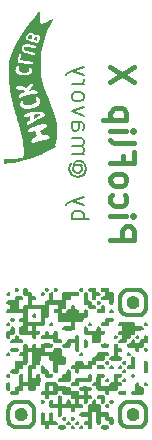
<source format=gbr>
%TF.GenerationSoftware,KiCad,Pcbnew,9.0.6*%
%TF.CreationDate,2026-02-18T17:47:18+01:00*%
%TF.ProjectId,devboard,64657662-6f61-4726-942e-6b696361645f,rev?*%
%TF.SameCoordinates,Original*%
%TF.FileFunction,Legend,Bot*%
%TF.FilePolarity,Positive*%
%FSLAX46Y46*%
G04 Gerber Fmt 4.6, Leading zero omitted, Abs format (unit mm)*
G04 Created by KiCad (PCBNEW 9.0.6) date 2026-02-18 17:47:18*
%MOMM*%
%LPD*%
G01*
G04 APERTURE LIST*
%ADD10C,0.400000*%
%ADD11C,0.187500*%
%ADD12C,0.000000*%
G04 APERTURE END LIST*
D10*
X63465561Y-77460652D02*
X65465561Y-77460652D01*
X65465561Y-77460652D02*
X65465561Y-76698747D01*
X65465561Y-76698747D02*
X65370323Y-76508271D01*
X65370323Y-76508271D02*
X65275085Y-76413033D01*
X65275085Y-76413033D02*
X65084609Y-76317795D01*
X65084609Y-76317795D02*
X64798895Y-76317795D01*
X64798895Y-76317795D02*
X64608419Y-76413033D01*
X64608419Y-76413033D02*
X64513180Y-76508271D01*
X64513180Y-76508271D02*
X64417942Y-76698747D01*
X64417942Y-76698747D02*
X64417942Y-77460652D01*
X63465561Y-75460652D02*
X64798895Y-75460652D01*
X65465561Y-75460652D02*
X65370323Y-75555890D01*
X65370323Y-75555890D02*
X65275085Y-75460652D01*
X65275085Y-75460652D02*
X65370323Y-75365414D01*
X65370323Y-75365414D02*
X65465561Y-75460652D01*
X65465561Y-75460652D02*
X65275085Y-75460652D01*
X63560800Y-73651128D02*
X63465561Y-73841604D01*
X63465561Y-73841604D02*
X63465561Y-74222557D01*
X63465561Y-74222557D02*
X63560800Y-74413033D01*
X63560800Y-74413033D02*
X63656038Y-74508271D01*
X63656038Y-74508271D02*
X63846514Y-74603509D01*
X63846514Y-74603509D02*
X64417942Y-74603509D01*
X64417942Y-74603509D02*
X64608419Y-74508271D01*
X64608419Y-74508271D02*
X64703657Y-74413033D01*
X64703657Y-74413033D02*
X64798895Y-74222557D01*
X64798895Y-74222557D02*
X64798895Y-73841604D01*
X64798895Y-73841604D02*
X64703657Y-73651128D01*
X63465561Y-72508271D02*
X63560800Y-72698747D01*
X63560800Y-72698747D02*
X63656038Y-72793985D01*
X63656038Y-72793985D02*
X63846514Y-72889223D01*
X63846514Y-72889223D02*
X64417942Y-72889223D01*
X64417942Y-72889223D02*
X64608419Y-72793985D01*
X64608419Y-72793985D02*
X64703657Y-72698747D01*
X64703657Y-72698747D02*
X64798895Y-72508271D01*
X64798895Y-72508271D02*
X64798895Y-72222556D01*
X64798895Y-72222556D02*
X64703657Y-72032080D01*
X64703657Y-72032080D02*
X64608419Y-71936842D01*
X64608419Y-71936842D02*
X64417942Y-71841604D01*
X64417942Y-71841604D02*
X63846514Y-71841604D01*
X63846514Y-71841604D02*
X63656038Y-71936842D01*
X63656038Y-71936842D02*
X63560800Y-72032080D01*
X63560800Y-72032080D02*
X63465561Y-72222556D01*
X63465561Y-72222556D02*
X63465561Y-72508271D01*
X64513180Y-70317794D02*
X64513180Y-70984461D01*
X63465561Y-70984461D02*
X65465561Y-70984461D01*
X65465561Y-70984461D02*
X65465561Y-70032080D01*
X63465561Y-68984461D02*
X63560800Y-69174937D01*
X63560800Y-69174937D02*
X63751276Y-69270175D01*
X63751276Y-69270175D02*
X65465561Y-69270175D01*
X63465561Y-68222556D02*
X64798895Y-68222556D01*
X65465561Y-68222556D02*
X65370323Y-68317794D01*
X65370323Y-68317794D02*
X65275085Y-68222556D01*
X65275085Y-68222556D02*
X65370323Y-68127318D01*
X65370323Y-68127318D02*
X65465561Y-68222556D01*
X65465561Y-68222556D02*
X65275085Y-68222556D01*
X64798895Y-67270175D02*
X62798895Y-67270175D01*
X64703657Y-67270175D02*
X64798895Y-67079699D01*
X64798895Y-67079699D02*
X64798895Y-66698746D01*
X64798895Y-66698746D02*
X64703657Y-66508270D01*
X64703657Y-66508270D02*
X64608419Y-66413032D01*
X64608419Y-66413032D02*
X64417942Y-66317794D01*
X64417942Y-66317794D02*
X63846514Y-66317794D01*
X63846514Y-66317794D02*
X63656038Y-66413032D01*
X63656038Y-66413032D02*
X63560800Y-66508270D01*
X63560800Y-66508270D02*
X63465561Y-66698746D01*
X63465561Y-66698746D02*
X63465561Y-67079699D01*
X63465561Y-67079699D02*
X63560800Y-67270175D01*
X65465561Y-64127317D02*
X63465561Y-62793984D01*
X65465561Y-62793984D02*
X63465561Y-64127317D01*
D11*
X60193321Y-75719502D02*
X61693321Y-75719502D01*
X61121892Y-75719502D02*
X61193321Y-75576645D01*
X61193321Y-75576645D02*
X61193321Y-75290930D01*
X61193321Y-75290930D02*
X61121892Y-75148073D01*
X61121892Y-75148073D02*
X61050464Y-75076645D01*
X61050464Y-75076645D02*
X60907607Y-75005216D01*
X60907607Y-75005216D02*
X60479035Y-75005216D01*
X60479035Y-75005216D02*
X60336178Y-75076645D01*
X60336178Y-75076645D02*
X60264750Y-75148073D01*
X60264750Y-75148073D02*
X60193321Y-75290930D01*
X60193321Y-75290930D02*
X60193321Y-75576645D01*
X60193321Y-75576645D02*
X60264750Y-75719502D01*
X61193321Y-74505216D02*
X60193321Y-74148073D01*
X61193321Y-73790930D02*
X60193321Y-74148073D01*
X60193321Y-74148073D02*
X59836178Y-74290930D01*
X59836178Y-74290930D02*
X59764750Y-74362359D01*
X59764750Y-74362359D02*
X59693321Y-74505216D01*
X60907607Y-71148073D02*
X60979035Y-71219502D01*
X60979035Y-71219502D02*
X61050464Y-71362359D01*
X61050464Y-71362359D02*
X61050464Y-71505216D01*
X61050464Y-71505216D02*
X60979035Y-71648073D01*
X60979035Y-71648073D02*
X60907607Y-71719502D01*
X60907607Y-71719502D02*
X60764750Y-71790930D01*
X60764750Y-71790930D02*
X60621892Y-71790930D01*
X60621892Y-71790930D02*
X60479035Y-71719502D01*
X60479035Y-71719502D02*
X60407607Y-71648073D01*
X60407607Y-71648073D02*
X60336178Y-71505216D01*
X60336178Y-71505216D02*
X60336178Y-71362359D01*
X60336178Y-71362359D02*
X60407607Y-71219502D01*
X60407607Y-71219502D02*
X60479035Y-71148073D01*
X61050464Y-71148073D02*
X60479035Y-71148073D01*
X60479035Y-71148073D02*
X60407607Y-71076645D01*
X60407607Y-71076645D02*
X60407607Y-71005216D01*
X60407607Y-71005216D02*
X60479035Y-70862359D01*
X60479035Y-70862359D02*
X60621892Y-70790930D01*
X60621892Y-70790930D02*
X60979035Y-70790930D01*
X60979035Y-70790930D02*
X61193321Y-70933788D01*
X61193321Y-70933788D02*
X61336178Y-71148073D01*
X61336178Y-71148073D02*
X61407607Y-71433788D01*
X61407607Y-71433788D02*
X61336178Y-71719502D01*
X61336178Y-71719502D02*
X61193321Y-71933788D01*
X61193321Y-71933788D02*
X60979035Y-72076645D01*
X60979035Y-72076645D02*
X60693321Y-72148073D01*
X60693321Y-72148073D02*
X60407607Y-72076645D01*
X60407607Y-72076645D02*
X60193321Y-71933788D01*
X60193321Y-71933788D02*
X60050464Y-71719502D01*
X60050464Y-71719502D02*
X59979035Y-71433788D01*
X59979035Y-71433788D02*
X60050464Y-71148073D01*
X60050464Y-71148073D02*
X60193321Y-70933788D01*
X60193321Y-70148074D02*
X61193321Y-70148074D01*
X61050464Y-70148074D02*
X61121892Y-70076645D01*
X61121892Y-70076645D02*
X61193321Y-69933788D01*
X61193321Y-69933788D02*
X61193321Y-69719502D01*
X61193321Y-69719502D02*
X61121892Y-69576645D01*
X61121892Y-69576645D02*
X60979035Y-69505217D01*
X60979035Y-69505217D02*
X60193321Y-69505217D01*
X60979035Y-69505217D02*
X61121892Y-69433788D01*
X61121892Y-69433788D02*
X61193321Y-69290931D01*
X61193321Y-69290931D02*
X61193321Y-69076645D01*
X61193321Y-69076645D02*
X61121892Y-68933788D01*
X61121892Y-68933788D02*
X60979035Y-68862359D01*
X60979035Y-68862359D02*
X60193321Y-68862359D01*
X60193321Y-67505217D02*
X60979035Y-67505217D01*
X60979035Y-67505217D02*
X61121892Y-67576645D01*
X61121892Y-67576645D02*
X61193321Y-67719502D01*
X61193321Y-67719502D02*
X61193321Y-68005217D01*
X61193321Y-68005217D02*
X61121892Y-68148074D01*
X60264750Y-67505217D02*
X60193321Y-67648074D01*
X60193321Y-67648074D02*
X60193321Y-68005217D01*
X60193321Y-68005217D02*
X60264750Y-68148074D01*
X60264750Y-68148074D02*
X60407607Y-68219502D01*
X60407607Y-68219502D02*
X60550464Y-68219502D01*
X60550464Y-68219502D02*
X60693321Y-68148074D01*
X60693321Y-68148074D02*
X60764750Y-68005217D01*
X60764750Y-68005217D02*
X60764750Y-67648074D01*
X60764750Y-67648074D02*
X60836178Y-67505217D01*
X61193321Y-66933788D02*
X60193321Y-66576645D01*
X60193321Y-66576645D02*
X61193321Y-66219502D01*
X60193321Y-65433788D02*
X60264750Y-65576645D01*
X60264750Y-65576645D02*
X60336178Y-65648074D01*
X60336178Y-65648074D02*
X60479035Y-65719502D01*
X60479035Y-65719502D02*
X60907607Y-65719502D01*
X60907607Y-65719502D02*
X61050464Y-65648074D01*
X61050464Y-65648074D02*
X61121892Y-65576645D01*
X61121892Y-65576645D02*
X61193321Y-65433788D01*
X61193321Y-65433788D02*
X61193321Y-65219502D01*
X61193321Y-65219502D02*
X61121892Y-65076645D01*
X61121892Y-65076645D02*
X61050464Y-65005217D01*
X61050464Y-65005217D02*
X60907607Y-64933788D01*
X60907607Y-64933788D02*
X60479035Y-64933788D01*
X60479035Y-64933788D02*
X60336178Y-65005217D01*
X60336178Y-65005217D02*
X60264750Y-65076645D01*
X60264750Y-65076645D02*
X60193321Y-65219502D01*
X60193321Y-65219502D02*
X60193321Y-65433788D01*
X60193321Y-64290931D02*
X61193321Y-64290931D01*
X60907607Y-64290931D02*
X61050464Y-64219502D01*
X61050464Y-64219502D02*
X61121892Y-64148074D01*
X61121892Y-64148074D02*
X61193321Y-64005216D01*
X61193321Y-64005216D02*
X61193321Y-63862359D01*
X61193321Y-63505217D02*
X60193321Y-63148074D01*
X61193321Y-62790931D02*
X60193321Y-63148074D01*
X60193321Y-63148074D02*
X59836178Y-63290931D01*
X59836178Y-63290931D02*
X59764750Y-63362360D01*
X59764750Y-63362360D02*
X59693321Y-63505217D01*
D12*
%TO.C,G\u002A\u002A\u002A*%
G36*
X54937432Y-81909251D02*
G01*
X54938804Y-81910550D01*
X54988609Y-81988650D01*
X54989418Y-82074183D01*
X54941079Y-82156777D01*
X54939780Y-82158148D01*
X54861679Y-82207953D01*
X54776147Y-82208762D01*
X54693553Y-82160424D01*
X54692181Y-82159124D01*
X54642377Y-82081024D01*
X54641568Y-81995491D01*
X54689906Y-81912898D01*
X54691206Y-81911526D01*
X54769306Y-81861721D01*
X54854839Y-81860912D01*
X54937432Y-81909251D01*
G37*
G36*
X54937432Y-84459660D02*
G01*
X54938804Y-84460960D01*
X54988609Y-84539060D01*
X54989418Y-84624593D01*
X54941079Y-84707186D01*
X54939780Y-84708558D01*
X54861679Y-84758363D01*
X54776147Y-84759172D01*
X54693553Y-84710833D01*
X54692181Y-84709534D01*
X54642377Y-84631433D01*
X54641568Y-84545901D01*
X54689906Y-84463307D01*
X54691206Y-84461935D01*
X54769306Y-84412131D01*
X54854839Y-84411322D01*
X54937432Y-84459660D01*
G37*
G36*
X54937432Y-87010070D02*
G01*
X54938804Y-87011370D01*
X54988609Y-87089470D01*
X54989418Y-87175003D01*
X54941079Y-87257596D01*
X54939780Y-87258968D01*
X54861679Y-87308773D01*
X54776147Y-87309582D01*
X54693553Y-87261243D01*
X54692181Y-87259944D01*
X54642377Y-87181843D01*
X54641568Y-87096310D01*
X54689906Y-87013717D01*
X54691206Y-87012345D01*
X54769306Y-86962541D01*
X54854839Y-86961732D01*
X54937432Y-87010070D01*
G37*
G36*
X54937432Y-88831792D02*
G01*
X54938804Y-88833091D01*
X54988609Y-88911191D01*
X54989418Y-88996724D01*
X54941079Y-89079317D01*
X54939780Y-89080689D01*
X54861679Y-89130494D01*
X54776147Y-89131303D01*
X54693553Y-89082965D01*
X54692181Y-89081665D01*
X54642377Y-89003565D01*
X54641568Y-88918032D01*
X54689906Y-88835439D01*
X54691206Y-88834067D01*
X54769306Y-88784262D01*
X54854839Y-88783453D01*
X54937432Y-88831792D01*
G37*
G36*
X55301777Y-84095316D02*
G01*
X55303148Y-84096616D01*
X55352953Y-84174716D01*
X55353762Y-84260249D01*
X55305424Y-84342842D01*
X55304124Y-84344214D01*
X55226024Y-84394019D01*
X55140491Y-84394828D01*
X55057898Y-84346489D01*
X55056526Y-84345189D01*
X55006721Y-84267089D01*
X55005912Y-84181556D01*
X55054251Y-84098963D01*
X55055550Y-84097591D01*
X55133650Y-84047787D01*
X55219183Y-84046977D01*
X55301777Y-84095316D01*
G37*
G36*
X55666121Y-81544906D02*
G01*
X55667493Y-81546206D01*
X55717297Y-81624306D01*
X55718106Y-81709839D01*
X55669768Y-81792432D01*
X55668468Y-81793804D01*
X55590368Y-81843609D01*
X55504835Y-81844418D01*
X55422242Y-81796079D01*
X55420870Y-81794780D01*
X55371065Y-81716679D01*
X55370256Y-81631147D01*
X55418595Y-81548553D01*
X55419894Y-81547181D01*
X55497995Y-81497377D01*
X55583527Y-81496568D01*
X55666121Y-81544906D01*
G37*
G36*
X57123498Y-83730972D02*
G01*
X57124870Y-83732271D01*
X57174674Y-83810372D01*
X57175484Y-83895905D01*
X57127145Y-83978498D01*
X57125845Y-83979870D01*
X57047745Y-84029674D01*
X56962212Y-84030484D01*
X56879619Y-83982145D01*
X56878247Y-83980845D01*
X56828442Y-83902745D01*
X56827633Y-83817212D01*
X56875972Y-83734619D01*
X56877271Y-83733247D01*
X56955372Y-83683442D01*
X57040905Y-83682633D01*
X57123498Y-83730972D01*
G37*
G36*
X57852186Y-81909251D02*
G01*
X57853558Y-81910550D01*
X57903363Y-81988650D01*
X57904172Y-82074183D01*
X57855833Y-82156777D01*
X57854534Y-82158148D01*
X57776433Y-82207953D01*
X57690901Y-82208762D01*
X57608307Y-82160424D01*
X57606935Y-82159124D01*
X57557131Y-82081024D01*
X57556322Y-81995491D01*
X57604660Y-81912898D01*
X57605960Y-81911526D01*
X57684060Y-81861721D01*
X57769593Y-81860912D01*
X57852186Y-81909251D01*
G37*
G36*
X57852186Y-91017857D02*
G01*
X57853558Y-91019157D01*
X57903363Y-91097257D01*
X57904172Y-91182790D01*
X57855833Y-91265383D01*
X57854534Y-91266755D01*
X57776433Y-91316559D01*
X57690901Y-91317369D01*
X57608307Y-91269030D01*
X57606935Y-91267730D01*
X57557131Y-91189630D01*
X57556322Y-91104097D01*
X57604660Y-91021504D01*
X57605960Y-91020132D01*
X57684060Y-90970328D01*
X57769593Y-90969518D01*
X57852186Y-91017857D01*
G37*
G36*
X58216531Y-81544906D02*
G01*
X58217903Y-81546206D01*
X58267707Y-81624306D01*
X58268516Y-81709839D01*
X58220178Y-81792432D01*
X58218878Y-81793804D01*
X58140778Y-81843609D01*
X58055245Y-81844418D01*
X57972652Y-81796079D01*
X57971280Y-81794780D01*
X57921475Y-81716679D01*
X57920666Y-81631147D01*
X57969005Y-81548553D01*
X57970304Y-81547181D01*
X58048405Y-81497377D01*
X58133937Y-81496568D01*
X58216531Y-81544906D01*
G37*
G36*
X58580875Y-84459660D02*
G01*
X58582247Y-84460960D01*
X58632051Y-84539060D01*
X58632861Y-84624593D01*
X58584522Y-84707186D01*
X58583222Y-84708558D01*
X58505122Y-84758363D01*
X58419589Y-84759172D01*
X58336996Y-84710833D01*
X58335624Y-84709534D01*
X58285819Y-84631433D01*
X58285010Y-84545901D01*
X58333349Y-84463307D01*
X58334649Y-84461935D01*
X58412749Y-84412131D01*
X58498282Y-84411322D01*
X58580875Y-84459660D01*
G37*
G36*
X58945219Y-81544906D02*
G01*
X58946591Y-81546206D01*
X58996396Y-81624306D01*
X58997205Y-81709839D01*
X58948866Y-81792432D01*
X58947566Y-81793804D01*
X58869466Y-81843609D01*
X58783933Y-81844418D01*
X58701340Y-81796079D01*
X58699968Y-81794780D01*
X58650164Y-81716679D01*
X58649354Y-81631147D01*
X58697693Y-81548553D01*
X58698993Y-81547181D01*
X58777093Y-81497377D01*
X58862626Y-81496568D01*
X58945219Y-81544906D01*
G37*
G36*
X59673908Y-92475234D02*
G01*
X59675280Y-92476534D01*
X59725084Y-92554634D01*
X59725893Y-92640167D01*
X59677555Y-92722760D01*
X59676255Y-92724132D01*
X59598155Y-92773937D01*
X59512622Y-92774746D01*
X59430029Y-92726407D01*
X59428657Y-92725107D01*
X59378852Y-92647007D01*
X59378043Y-92561474D01*
X59426382Y-92478881D01*
X59427681Y-92477509D01*
X59505782Y-92427705D01*
X59591314Y-92426895D01*
X59673908Y-92475234D01*
G37*
G36*
X60038252Y-92839578D02*
G01*
X60039624Y-92840878D01*
X60089428Y-92918978D01*
X60090238Y-93004511D01*
X60041899Y-93087104D01*
X60040599Y-93088476D01*
X59962499Y-93138281D01*
X59876966Y-93139090D01*
X59794373Y-93090751D01*
X59793001Y-93089452D01*
X59743197Y-93011351D01*
X59742387Y-92925819D01*
X59790726Y-92843225D01*
X59792026Y-92841853D01*
X59870126Y-92792049D01*
X59955659Y-92791240D01*
X60038252Y-92839578D01*
G37*
G36*
X60402596Y-92475234D02*
G01*
X60403968Y-92476534D01*
X60453773Y-92554634D01*
X60454582Y-92640167D01*
X60406243Y-92722760D01*
X60404944Y-92724132D01*
X60326843Y-92773937D01*
X60241310Y-92774746D01*
X60158717Y-92726407D01*
X60157345Y-92725107D01*
X60107541Y-92647007D01*
X60106732Y-92561474D01*
X60155070Y-92478881D01*
X60156370Y-92477509D01*
X60234470Y-92427705D01*
X60320003Y-92426895D01*
X60402596Y-92475234D01*
G37*
G36*
X60402596Y-93203923D02*
G01*
X60403968Y-93205222D01*
X60453773Y-93283323D01*
X60454582Y-93368855D01*
X60406243Y-93451449D01*
X60404944Y-93452821D01*
X60326843Y-93502625D01*
X60241310Y-93503434D01*
X60158717Y-93455096D01*
X60157345Y-93453796D01*
X60107541Y-93375696D01*
X60106732Y-93290163D01*
X60155070Y-93207570D01*
X60156370Y-93206198D01*
X60234470Y-93156393D01*
X60320003Y-93155584D01*
X60402596Y-93203923D01*
G37*
G36*
X60766940Y-92839578D02*
G01*
X60768312Y-92840878D01*
X60818117Y-92918978D01*
X60818926Y-93004511D01*
X60770587Y-93087104D01*
X60769288Y-93088476D01*
X60691188Y-93138281D01*
X60605655Y-93139090D01*
X60523061Y-93090751D01*
X60521690Y-93089452D01*
X60471885Y-93011351D01*
X60471076Y-92925819D01*
X60519414Y-92843225D01*
X60520714Y-92841853D01*
X60598814Y-92792049D01*
X60684347Y-92791240D01*
X60766940Y-92839578D01*
G37*
G36*
X61131285Y-81544906D02*
G01*
X61132657Y-81546206D01*
X61182461Y-81624306D01*
X61183270Y-81709839D01*
X61134932Y-81792432D01*
X61133632Y-81793804D01*
X61055532Y-81843609D01*
X60969999Y-81844418D01*
X60887406Y-81796079D01*
X60886034Y-81794780D01*
X60836229Y-81716679D01*
X60835420Y-81631147D01*
X60883759Y-81548553D01*
X60885058Y-81547181D01*
X60963159Y-81497377D01*
X61048691Y-81496568D01*
X61131285Y-81544906D01*
G37*
G36*
X61131285Y-87010070D02*
G01*
X61132657Y-87011370D01*
X61182461Y-87089470D01*
X61183270Y-87175003D01*
X61134932Y-87257596D01*
X61133632Y-87258968D01*
X61055532Y-87308773D01*
X60969999Y-87309582D01*
X60887406Y-87261243D01*
X60886034Y-87259944D01*
X60836229Y-87181843D01*
X60835420Y-87096310D01*
X60883759Y-87013717D01*
X60885058Y-87012345D01*
X60963159Y-86962541D01*
X61048691Y-86961732D01*
X61131285Y-87010070D01*
G37*
G36*
X61131285Y-93203923D02*
G01*
X61132657Y-93205222D01*
X61182461Y-93283323D01*
X61183270Y-93368855D01*
X61134932Y-93451449D01*
X61133632Y-93452821D01*
X61055532Y-93502625D01*
X60969999Y-93503434D01*
X60887406Y-93455096D01*
X60886034Y-93453796D01*
X60836229Y-93375696D01*
X60835420Y-93290163D01*
X60883759Y-93207570D01*
X60885058Y-93206198D01*
X60963159Y-93156393D01*
X61048691Y-93155584D01*
X61131285Y-93203923D01*
G37*
G36*
X61859973Y-84459660D02*
G01*
X61861345Y-84460960D01*
X61911150Y-84539060D01*
X61911959Y-84624593D01*
X61863620Y-84707186D01*
X61862321Y-84708558D01*
X61784220Y-84758363D01*
X61698688Y-84759172D01*
X61616094Y-84710833D01*
X61614722Y-84709534D01*
X61564918Y-84631433D01*
X61564109Y-84545901D01*
X61612447Y-84463307D01*
X61613747Y-84461935D01*
X61691847Y-84412131D01*
X61777380Y-84411322D01*
X61859973Y-84459660D01*
G37*
G36*
X62588662Y-82637939D02*
G01*
X62590034Y-82639239D01*
X62639838Y-82717339D01*
X62640647Y-82802872D01*
X62592309Y-82885465D01*
X62591009Y-82886837D01*
X62512909Y-82936641D01*
X62427376Y-82937451D01*
X62344783Y-82889112D01*
X62343411Y-82887812D01*
X62293606Y-82809712D01*
X62292797Y-82724179D01*
X62341136Y-82641586D01*
X62342435Y-82640214D01*
X62420536Y-82590410D01*
X62506068Y-82589600D01*
X62588662Y-82637939D01*
G37*
G36*
X63317350Y-87738759D02*
G01*
X63318722Y-87740058D01*
X63368527Y-87818159D01*
X63369336Y-87903691D01*
X63320997Y-87986285D01*
X63319698Y-87987657D01*
X63241597Y-88037461D01*
X63156065Y-88038270D01*
X63073471Y-87989932D01*
X63072099Y-87988632D01*
X63022295Y-87910532D01*
X63021486Y-87824999D01*
X63069824Y-87742406D01*
X63071124Y-87741034D01*
X63149224Y-87691229D01*
X63234757Y-87690420D01*
X63317350Y-87738759D01*
G37*
G36*
X63317350Y-89196136D02*
G01*
X63318722Y-89197435D01*
X63368527Y-89275536D01*
X63369336Y-89361068D01*
X63320997Y-89443662D01*
X63319698Y-89445034D01*
X63241597Y-89494838D01*
X63156065Y-89495647D01*
X63073471Y-89447309D01*
X63072099Y-89446009D01*
X63022295Y-89367909D01*
X63021486Y-89282376D01*
X63069824Y-89199783D01*
X63071124Y-89198411D01*
X63149224Y-89148606D01*
X63234757Y-89147797D01*
X63317350Y-89196136D01*
G37*
G36*
X63317350Y-91382201D02*
G01*
X63318722Y-91383501D01*
X63368527Y-91461601D01*
X63369336Y-91547134D01*
X63320997Y-91629727D01*
X63319698Y-91631099D01*
X63241597Y-91680904D01*
X63156065Y-91681713D01*
X63073471Y-91633374D01*
X63072099Y-91632075D01*
X63022295Y-91553974D01*
X63021486Y-91468442D01*
X63069824Y-91385848D01*
X63071124Y-91384476D01*
X63149224Y-91334672D01*
X63234757Y-91333863D01*
X63317350Y-91382201D01*
G37*
G36*
X63681695Y-83366628D02*
G01*
X63683067Y-83367927D01*
X63732871Y-83446028D01*
X63733680Y-83531560D01*
X63685342Y-83614154D01*
X63684042Y-83615526D01*
X63605942Y-83665330D01*
X63520409Y-83666139D01*
X63437816Y-83617801D01*
X63436444Y-83616501D01*
X63386639Y-83538401D01*
X63385830Y-83452868D01*
X63434169Y-83370275D01*
X63435468Y-83368903D01*
X63513569Y-83319098D01*
X63599101Y-83318289D01*
X63681695Y-83366628D01*
G37*
G36*
X63681695Y-88103103D02*
G01*
X63683067Y-88104403D01*
X63732871Y-88182503D01*
X63733680Y-88268036D01*
X63685342Y-88350629D01*
X63684042Y-88352001D01*
X63605942Y-88401805D01*
X63520409Y-88402615D01*
X63437816Y-88354276D01*
X63436444Y-88352976D01*
X63386639Y-88274876D01*
X63385830Y-88189343D01*
X63434169Y-88106750D01*
X63435468Y-88105378D01*
X63513569Y-88055574D01*
X63599101Y-88054764D01*
X63681695Y-88103103D01*
G37*
G36*
X63681695Y-91017857D02*
G01*
X63683067Y-91019157D01*
X63732871Y-91097257D01*
X63733680Y-91182790D01*
X63685342Y-91265383D01*
X63684042Y-91266755D01*
X63605942Y-91316559D01*
X63520409Y-91317369D01*
X63437816Y-91269030D01*
X63436444Y-91267730D01*
X63386639Y-91189630D01*
X63385830Y-91104097D01*
X63434169Y-91021504D01*
X63435468Y-91020132D01*
X63513569Y-90970328D01*
X63599101Y-90969518D01*
X63681695Y-91017857D01*
G37*
G36*
X64046039Y-85552693D02*
G01*
X64047411Y-85553993D01*
X64097215Y-85632093D01*
X64098025Y-85717626D01*
X64049686Y-85800219D01*
X64048386Y-85801591D01*
X63970286Y-85851396D01*
X63884753Y-85852205D01*
X63802160Y-85803866D01*
X63800788Y-85802566D01*
X63750983Y-85724466D01*
X63750174Y-85638933D01*
X63798513Y-85556340D01*
X63799812Y-85554968D01*
X63877913Y-85505164D01*
X63963446Y-85504354D01*
X64046039Y-85552693D01*
G37*
G36*
X64410383Y-88103103D02*
G01*
X64411755Y-88104403D01*
X64461559Y-88182503D01*
X64462369Y-88268036D01*
X64414030Y-88350629D01*
X64412730Y-88352001D01*
X64334630Y-88401805D01*
X64249097Y-88402615D01*
X64166504Y-88354276D01*
X64165132Y-88352976D01*
X64115328Y-88274876D01*
X64114518Y-88189343D01*
X64162857Y-88106750D01*
X64164157Y-88105378D01*
X64242257Y-88055574D01*
X64327790Y-88054764D01*
X64410383Y-88103103D01*
G37*
G36*
X64774727Y-87738759D02*
G01*
X64776099Y-87740058D01*
X64825904Y-87818159D01*
X64826713Y-87903691D01*
X64778374Y-87986285D01*
X64777075Y-87987657D01*
X64698974Y-88037461D01*
X64613442Y-88038270D01*
X64530848Y-87989932D01*
X64529476Y-87988632D01*
X64479672Y-87910532D01*
X64478863Y-87824999D01*
X64527201Y-87742406D01*
X64528501Y-87741034D01*
X64606601Y-87691229D01*
X64692134Y-87690420D01*
X64774727Y-87738759D01*
G37*
G36*
X64774727Y-88467447D02*
G01*
X64776099Y-88468747D01*
X64825904Y-88546847D01*
X64826713Y-88632380D01*
X64778374Y-88714973D01*
X64777075Y-88716345D01*
X64698974Y-88766150D01*
X64613442Y-88766959D01*
X64530848Y-88718620D01*
X64529476Y-88717321D01*
X64479672Y-88639220D01*
X64478863Y-88553688D01*
X64527201Y-88471094D01*
X64528501Y-88469722D01*
X64606601Y-88419918D01*
X64692134Y-88419109D01*
X64774727Y-88467447D01*
G37*
G36*
X64774727Y-89196136D02*
G01*
X64776099Y-89197435D01*
X64825904Y-89275536D01*
X64826713Y-89361068D01*
X64778374Y-89443662D01*
X64777075Y-89445034D01*
X64698974Y-89494838D01*
X64613442Y-89495647D01*
X64530848Y-89447309D01*
X64529476Y-89446009D01*
X64479672Y-89367909D01*
X64478863Y-89282376D01*
X64527201Y-89199783D01*
X64528501Y-89198411D01*
X64606601Y-89148606D01*
X64692134Y-89147797D01*
X64774727Y-89196136D01*
G37*
G36*
X65139072Y-87010070D02*
G01*
X65140444Y-87011370D01*
X65190248Y-87089470D01*
X65191057Y-87175003D01*
X65142719Y-87257596D01*
X65141419Y-87258968D01*
X65063319Y-87308773D01*
X64977786Y-87309582D01*
X64895193Y-87261243D01*
X64893821Y-87259944D01*
X64844016Y-87181843D01*
X64843207Y-87096310D01*
X64891546Y-87013717D01*
X64892845Y-87012345D01*
X64970946Y-86962541D01*
X65056478Y-86961732D01*
X65139072Y-87010070D01*
G37*
G36*
X65503416Y-88831792D02*
G01*
X65504788Y-88833091D01*
X65554592Y-88911191D01*
X65555402Y-88996724D01*
X65507063Y-89079317D01*
X65505763Y-89080689D01*
X65427663Y-89130494D01*
X65342130Y-89131303D01*
X65259537Y-89082965D01*
X65258165Y-89081665D01*
X65208360Y-89003565D01*
X65207551Y-88918032D01*
X65255890Y-88835439D01*
X65257190Y-88834067D01*
X65335290Y-88784262D01*
X65420823Y-88783453D01*
X65503416Y-88831792D01*
G37*
G36*
X65867760Y-85552693D02*
G01*
X65869132Y-85553993D01*
X65918937Y-85632093D01*
X65919746Y-85717626D01*
X65871407Y-85800219D01*
X65870107Y-85801591D01*
X65792007Y-85851396D01*
X65706474Y-85852205D01*
X65623881Y-85803866D01*
X65622509Y-85802566D01*
X65572705Y-85724466D01*
X65571895Y-85638933D01*
X65620234Y-85556340D01*
X65621534Y-85554968D01*
X65699634Y-85505164D01*
X65785167Y-85504354D01*
X65867760Y-85552693D01*
G37*
G36*
X66596449Y-84459660D02*
G01*
X66597821Y-84460960D01*
X66647625Y-84539060D01*
X66648434Y-84624593D01*
X66600096Y-84707186D01*
X66598796Y-84708558D01*
X66520696Y-84758363D01*
X66435163Y-84759172D01*
X66352570Y-84710833D01*
X66351198Y-84709534D01*
X66301393Y-84631433D01*
X66300584Y-84545901D01*
X66348923Y-84463307D01*
X66350222Y-84461935D01*
X66428323Y-84412131D01*
X66513855Y-84411322D01*
X66596449Y-84459660D01*
G37*
G36*
X66596449Y-86645726D02*
G01*
X66597821Y-86647026D01*
X66647625Y-86725126D01*
X66648434Y-86810659D01*
X66600096Y-86893252D01*
X66598796Y-86894624D01*
X66520696Y-86944428D01*
X66435163Y-86945238D01*
X66352570Y-86896899D01*
X66351198Y-86895599D01*
X66301393Y-86817499D01*
X66300584Y-86731966D01*
X66348923Y-86649373D01*
X66350222Y-86648001D01*
X66428323Y-86598197D01*
X66513855Y-86597387D01*
X66596449Y-86645726D01*
G37*
G36*
X66596449Y-89560480D02*
G01*
X66597821Y-89561780D01*
X66647625Y-89639880D01*
X66648434Y-89725413D01*
X66600096Y-89808006D01*
X66598796Y-89809378D01*
X66520696Y-89859182D01*
X66435163Y-89859992D01*
X66352570Y-89811653D01*
X66351198Y-89810353D01*
X66301393Y-89732253D01*
X66300584Y-89646720D01*
X66348923Y-89564127D01*
X66350222Y-89562755D01*
X66428323Y-89512951D01*
X66513855Y-89512141D01*
X66596449Y-89560480D01*
G37*
G36*
X56057990Y-91712477D02*
G01*
X56196410Y-91775768D01*
X56310528Y-91872951D01*
X56394876Y-91995946D01*
X56443987Y-92136673D01*
X56452392Y-92287052D01*
X56414625Y-92439003D01*
X56386437Y-92497459D01*
X56291272Y-92623823D01*
X56171343Y-92712981D01*
X56035213Y-92764775D01*
X55891449Y-92779044D01*
X55748616Y-92755629D01*
X55615278Y-92694370D01*
X55500000Y-92595109D01*
X55411348Y-92457685D01*
X55404877Y-92443141D01*
X55365890Y-92292088D01*
X55372613Y-92142111D01*
X55419808Y-92001289D01*
X55502235Y-91877699D01*
X55614657Y-91779420D01*
X55751833Y-91714529D01*
X55908526Y-91691103D01*
X56057990Y-91712477D01*
G37*
G36*
X65530941Y-82239527D02*
G01*
X65669361Y-82302817D01*
X65783479Y-82400000D01*
X65867827Y-82522995D01*
X65916938Y-82663722D01*
X65925343Y-82814101D01*
X65887575Y-82966052D01*
X65859388Y-83024508D01*
X65764223Y-83150872D01*
X65644294Y-83240030D01*
X65508164Y-83291824D01*
X65364400Y-83306093D01*
X65221567Y-83282678D01*
X65088228Y-83221420D01*
X64972951Y-83122158D01*
X64884299Y-82984735D01*
X64877828Y-82970191D01*
X64838840Y-82819137D01*
X64845564Y-82669160D01*
X64892759Y-82528338D01*
X64975186Y-82404749D01*
X65087608Y-82306469D01*
X65224784Y-82241578D01*
X65381476Y-82218152D01*
X65530941Y-82239527D01*
G37*
G36*
X65530941Y-91712477D02*
G01*
X65669361Y-91775768D01*
X65783479Y-91872951D01*
X65867827Y-91995946D01*
X65916938Y-92136673D01*
X65925343Y-92287052D01*
X65887575Y-92439003D01*
X65859388Y-92497459D01*
X65764223Y-92623823D01*
X65644294Y-92712981D01*
X65508164Y-92764775D01*
X65364400Y-92779044D01*
X65221567Y-92755629D01*
X65088228Y-92694370D01*
X64972951Y-92595109D01*
X64884299Y-92457685D01*
X64877828Y-92443141D01*
X64838840Y-92292088D01*
X64845564Y-92142111D01*
X64892759Y-92001289D01*
X64975186Y-91877699D01*
X65087608Y-91779420D01*
X65224784Y-91714529D01*
X65381476Y-91691103D01*
X65530941Y-91712477D01*
G37*
G36*
X54937432Y-89560480D02*
G01*
X54960342Y-89584531D01*
X54980301Y-89619272D01*
X54991561Y-89669383D01*
X54996542Y-89747083D01*
X54997665Y-89864592D01*
X54997267Y-89939395D01*
X54993772Y-90033826D01*
X54984763Y-90095863D01*
X54967959Y-90137904D01*
X54941079Y-90172350D01*
X54939780Y-90173722D01*
X54861679Y-90223527D01*
X54776147Y-90224336D01*
X54693553Y-90175997D01*
X54670644Y-90151946D01*
X54650684Y-90117205D01*
X54639424Y-90067094D01*
X54634443Y-89989395D01*
X54633321Y-89871886D01*
X54633719Y-89797082D01*
X54637213Y-89702651D01*
X54646223Y-89640615D01*
X54663027Y-89598574D01*
X54689906Y-89564127D01*
X54691206Y-89562755D01*
X54769306Y-89512951D01*
X54854839Y-89512141D01*
X54937432Y-89560480D01*
G37*
G36*
X55433166Y-86589539D02*
G01*
X55527597Y-86593033D01*
X55589633Y-86602042D01*
X55631674Y-86618847D01*
X55666121Y-86645726D01*
X55667493Y-86647026D01*
X55717297Y-86725126D01*
X55718106Y-86810659D01*
X55669768Y-86893252D01*
X55645717Y-86916161D01*
X55610975Y-86936121D01*
X55560865Y-86947381D01*
X55483165Y-86952362D01*
X55365656Y-86953485D01*
X55290853Y-86953086D01*
X55196421Y-86949592D01*
X55134385Y-86940583D01*
X55092344Y-86923778D01*
X55057898Y-86896899D01*
X55056526Y-86895599D01*
X55006721Y-86817499D01*
X55005912Y-86731966D01*
X55054251Y-86649373D01*
X55078301Y-86626464D01*
X55113043Y-86606504D01*
X55163153Y-86595244D01*
X55240853Y-86590263D01*
X55358362Y-86589140D01*
X55433166Y-86589539D01*
G37*
G36*
X59440953Y-93147735D02*
G01*
X59535384Y-93151230D01*
X59597420Y-93160239D01*
X59639461Y-93177043D01*
X59673908Y-93203923D01*
X59675280Y-93205222D01*
X59725084Y-93283323D01*
X59725893Y-93368855D01*
X59677555Y-93451449D01*
X59653504Y-93474358D01*
X59618762Y-93494317D01*
X59568652Y-93505578D01*
X59490952Y-93510559D01*
X59373443Y-93511681D01*
X59298640Y-93511283D01*
X59204208Y-93507789D01*
X59142172Y-93498779D01*
X59100131Y-93481975D01*
X59065684Y-93455096D01*
X59064312Y-93453796D01*
X59014508Y-93375696D01*
X59013699Y-93290163D01*
X59062037Y-93207570D01*
X59086088Y-93184660D01*
X59120830Y-93164701D01*
X59170940Y-93153441D01*
X59248640Y-93148460D01*
X59366149Y-93147337D01*
X59440953Y-93147735D01*
G37*
G36*
X61495629Y-85917037D02*
G01*
X61518538Y-85941088D01*
X61538498Y-85975830D01*
X61549758Y-86025940D01*
X61554739Y-86103640D01*
X61555862Y-86221149D01*
X61555463Y-86295953D01*
X61551969Y-86390384D01*
X61542960Y-86452420D01*
X61526155Y-86494461D01*
X61499276Y-86528908D01*
X61497976Y-86530280D01*
X61419876Y-86580084D01*
X61334343Y-86580893D01*
X61251750Y-86532555D01*
X61228841Y-86508504D01*
X61208881Y-86473762D01*
X61197621Y-86423652D01*
X61192640Y-86345952D01*
X61191517Y-86228443D01*
X61191916Y-86153640D01*
X61195410Y-86059208D01*
X61204419Y-85997172D01*
X61221224Y-85955131D01*
X61248103Y-85920684D01*
X61249403Y-85919312D01*
X61327503Y-85869508D01*
X61413036Y-85868699D01*
X61495629Y-85917037D01*
G37*
G36*
X62720051Y-88046916D02*
G01*
X62814482Y-88050410D01*
X62876518Y-88059419D01*
X62918559Y-88076224D01*
X62953006Y-88103103D01*
X62954378Y-88104403D01*
X63004182Y-88182503D01*
X63004992Y-88268036D01*
X62956653Y-88350629D01*
X62932602Y-88373538D01*
X62897861Y-88393498D01*
X62847750Y-88404758D01*
X62770050Y-88409739D01*
X62652541Y-88410862D01*
X62577738Y-88410463D01*
X62483307Y-88406969D01*
X62421271Y-88397960D01*
X62379229Y-88381155D01*
X62344783Y-88354276D01*
X62343411Y-88352976D01*
X62293606Y-88274876D01*
X62292797Y-88189343D01*
X62341136Y-88106750D01*
X62365187Y-88083841D01*
X62399928Y-88063881D01*
X62450039Y-88052621D01*
X62527738Y-88047640D01*
X62645247Y-88046517D01*
X62720051Y-88046916D01*
G37*
G36*
X63084395Y-86225194D02*
G01*
X63178826Y-86228689D01*
X63240863Y-86237698D01*
X63282904Y-86254502D01*
X63317350Y-86281382D01*
X63318722Y-86282681D01*
X63368527Y-86360782D01*
X63369336Y-86446314D01*
X63320997Y-86528908D01*
X63296946Y-86551817D01*
X63262205Y-86571776D01*
X63212094Y-86583037D01*
X63134395Y-86588018D01*
X63016886Y-86589140D01*
X62942082Y-86588742D01*
X62847651Y-86585248D01*
X62785615Y-86576238D01*
X62743574Y-86559434D01*
X62709127Y-86532555D01*
X62707755Y-86531255D01*
X62657951Y-86453155D01*
X62657141Y-86367622D01*
X62705480Y-86285029D01*
X62729531Y-86262119D01*
X62764272Y-86242160D01*
X62814383Y-86230900D01*
X62892083Y-86225919D01*
X63009592Y-86224796D01*
X63084395Y-86225194D01*
G37*
G36*
X63084395Y-93147735D02*
G01*
X63178826Y-93151230D01*
X63240863Y-93160239D01*
X63282904Y-93177043D01*
X63317350Y-93203923D01*
X63318722Y-93205222D01*
X63368527Y-93283323D01*
X63369336Y-93368855D01*
X63320997Y-93451449D01*
X63296946Y-93474358D01*
X63262205Y-93494317D01*
X63212094Y-93505578D01*
X63134395Y-93510559D01*
X63016886Y-93511681D01*
X62942082Y-93511283D01*
X62847651Y-93507789D01*
X62785615Y-93498779D01*
X62743574Y-93481975D01*
X62709127Y-93455096D01*
X62707755Y-93453796D01*
X62657951Y-93375696D01*
X62657141Y-93290163D01*
X62705480Y-93207570D01*
X62729531Y-93184660D01*
X62764272Y-93164701D01*
X62814383Y-93153441D01*
X62892083Y-93148460D01*
X63009592Y-93147337D01*
X63084395Y-93147735D01*
G37*
G36*
X64541772Y-90232981D02*
G01*
X64636204Y-90236476D01*
X64698240Y-90245485D01*
X64740281Y-90262289D01*
X64774727Y-90289169D01*
X64776099Y-90290468D01*
X64825904Y-90368569D01*
X64826713Y-90454101D01*
X64778374Y-90536695D01*
X64754323Y-90559604D01*
X64719582Y-90579563D01*
X64669471Y-90590823D01*
X64591772Y-90595805D01*
X64474263Y-90596927D01*
X64399459Y-90596529D01*
X64305028Y-90593035D01*
X64242992Y-90584025D01*
X64200951Y-90567221D01*
X64166504Y-90540342D01*
X64165132Y-90539042D01*
X64115328Y-90460942D01*
X64114518Y-90375409D01*
X64162857Y-90292816D01*
X64186908Y-90269906D01*
X64221649Y-90249947D01*
X64271760Y-90238687D01*
X64349460Y-90233705D01*
X64466969Y-90232583D01*
X64541772Y-90232981D01*
G37*
G36*
X62871827Y-82952833D02*
G01*
X62953006Y-83002283D01*
X62975915Y-83026334D01*
X62995875Y-83061076D01*
X63007135Y-83111186D01*
X63012116Y-83188886D01*
X63013239Y-83306395D01*
X63012840Y-83381198D01*
X63009346Y-83475630D01*
X63000337Y-83537666D01*
X62983532Y-83579707D01*
X62956653Y-83614154D01*
X62932602Y-83637063D01*
X62897861Y-83657022D01*
X62847750Y-83668282D01*
X62770050Y-83673264D01*
X62652541Y-83674386D01*
X62577738Y-83673988D01*
X62483307Y-83670494D01*
X62421271Y-83661484D01*
X62379229Y-83644680D01*
X62344783Y-83617801D01*
X62343411Y-83616501D01*
X62293606Y-83538401D01*
X62292797Y-83452868D01*
X62341136Y-83370275D01*
X62371764Y-83342966D01*
X62432533Y-83317134D01*
X62523308Y-83310042D01*
X62648894Y-83310042D01*
X62648894Y-83188102D01*
X62649491Y-83166432D01*
X62672610Y-83061776D01*
X62723074Y-82987806D01*
X62792331Y-82949749D01*
X62871827Y-82952833D01*
G37*
G36*
X62720051Y-90597325D02*
G01*
X62814482Y-90600820D01*
X62876518Y-90609829D01*
X62918559Y-90626634D01*
X62953006Y-90653513D01*
X62975915Y-90677564D01*
X62995875Y-90712305D01*
X63007135Y-90762416D01*
X63012116Y-90840115D01*
X63013239Y-90957624D01*
X63012840Y-91032428D01*
X63009346Y-91126859D01*
X63000337Y-91188895D01*
X62983532Y-91230936D01*
X62956653Y-91265383D01*
X62955353Y-91266755D01*
X62877253Y-91316559D01*
X62791720Y-91317369D01*
X62709127Y-91269030D01*
X62681818Y-91238402D01*
X62655987Y-91177633D01*
X62648894Y-91086858D01*
X62648894Y-90961271D01*
X62526955Y-90961271D01*
X62499776Y-90960745D01*
X62409888Y-90945495D01*
X62344783Y-90904686D01*
X62343411Y-90903386D01*
X62293606Y-90825286D01*
X62292797Y-90739753D01*
X62341136Y-90657160D01*
X62365187Y-90634250D01*
X62399928Y-90614291D01*
X62450039Y-90603031D01*
X62527738Y-90598050D01*
X62645247Y-90596927D01*
X62720051Y-90597325D01*
G37*
G36*
X66596449Y-87738759D02*
G01*
X66614505Y-87756893D01*
X66631734Y-87781912D01*
X66643493Y-87816916D01*
X66650826Y-87870318D01*
X66654774Y-87950532D01*
X66656378Y-88065969D01*
X66656681Y-88225042D01*
X66656567Y-88326237D01*
X66655450Y-88458887D01*
X66652324Y-88553065D01*
X66646206Y-88617266D01*
X66636116Y-88659988D01*
X66621073Y-88689725D01*
X66600096Y-88714973D01*
X66598796Y-88716345D01*
X66520696Y-88766150D01*
X66435163Y-88766959D01*
X66352570Y-88718620D01*
X66334514Y-88700485D01*
X66317285Y-88675467D01*
X66305525Y-88640463D01*
X66298192Y-88587061D01*
X66294245Y-88506847D01*
X66292640Y-88391410D01*
X66292337Y-88232336D01*
X66292451Y-88131142D01*
X66293568Y-87998492D01*
X66296695Y-87904314D01*
X66302812Y-87840113D01*
X66312902Y-87797391D01*
X66327945Y-87767654D01*
X66348923Y-87742406D01*
X66350222Y-87741034D01*
X66428323Y-87691229D01*
X66513855Y-87690420D01*
X66596449Y-87738759D01*
G37*
G36*
X55584941Y-85503243D02*
G01*
X55666121Y-85552693D01*
X55693430Y-85583322D01*
X55719261Y-85644090D01*
X55726353Y-85734865D01*
X55726353Y-85860452D01*
X55848293Y-85860452D01*
X55869963Y-85861049D01*
X55974619Y-85884167D01*
X56048589Y-85934632D01*
X56086646Y-86003889D01*
X56083563Y-86083384D01*
X56034112Y-86164563D01*
X56015977Y-86182619D01*
X55990959Y-86199848D01*
X55955955Y-86211608D01*
X55902552Y-86218941D01*
X55822339Y-86222888D01*
X55706902Y-86224493D01*
X55547828Y-86224796D01*
X55446634Y-86224682D01*
X55313984Y-86223565D01*
X55219806Y-86220438D01*
X55155604Y-86214321D01*
X55112883Y-86204231D01*
X55083146Y-86189188D01*
X55057898Y-86168210D01*
X55056526Y-86166911D01*
X55006721Y-86088810D01*
X55005912Y-86003278D01*
X55054251Y-85920684D01*
X55084879Y-85893376D01*
X55145648Y-85867544D01*
X55236423Y-85860452D01*
X55362009Y-85860452D01*
X55362009Y-85738512D01*
X55362606Y-85716842D01*
X55385724Y-85612186D01*
X55436189Y-85538216D01*
X55505446Y-85500159D01*
X55584941Y-85503243D01*
G37*
G36*
X55220597Y-84774554D02*
G01*
X55301777Y-84824005D01*
X55324686Y-84848055D01*
X55344645Y-84882797D01*
X55355905Y-84932908D01*
X55360887Y-85010607D01*
X55362009Y-85128116D01*
X55361611Y-85202920D01*
X55358117Y-85297351D01*
X55349107Y-85359387D01*
X55332303Y-85401428D01*
X55305424Y-85435875D01*
X55274795Y-85463184D01*
X55214027Y-85489015D01*
X55123251Y-85496108D01*
X54997665Y-85496108D01*
X54997665Y-85618047D01*
X54997068Y-85639717D01*
X54973950Y-85744374D01*
X54923485Y-85818344D01*
X54854228Y-85856400D01*
X54774733Y-85853317D01*
X54693553Y-85803866D01*
X54670644Y-85779815D01*
X54650684Y-85745074D01*
X54639424Y-85694963D01*
X54634443Y-85617263D01*
X54633321Y-85499755D01*
X54633719Y-85424951D01*
X54637213Y-85330520D01*
X54646223Y-85268484D01*
X54663027Y-85226443D01*
X54689906Y-85191996D01*
X54720535Y-85164687D01*
X54781303Y-85138856D01*
X54872078Y-85131763D01*
X54997665Y-85131763D01*
X54997665Y-85009824D01*
X54998262Y-84988154D01*
X55021380Y-84883497D01*
X55071845Y-84809527D01*
X55141102Y-84771471D01*
X55220597Y-84774554D01*
G37*
G36*
X65503416Y-87374414D02*
G01*
X65521472Y-87392549D01*
X65538701Y-87417567D01*
X65550461Y-87452571D01*
X65557793Y-87505974D01*
X65561741Y-87586188D01*
X65563345Y-87701625D01*
X65563648Y-87860698D01*
X65563535Y-87961893D01*
X65562417Y-88094543D01*
X65559291Y-88188720D01*
X65553173Y-88252922D01*
X65543084Y-88295643D01*
X65528040Y-88325380D01*
X65507063Y-88350629D01*
X65483012Y-88373538D01*
X65448271Y-88393498D01*
X65398160Y-88404758D01*
X65320460Y-88409739D01*
X65202951Y-88410862D01*
X65128148Y-88410463D01*
X65033716Y-88406969D01*
X64971680Y-88397960D01*
X64929639Y-88381155D01*
X64895193Y-88354276D01*
X64893821Y-88352976D01*
X64844016Y-88274876D01*
X64843207Y-88189343D01*
X64891546Y-88106750D01*
X64922174Y-88079441D01*
X64982943Y-88053610D01*
X65073718Y-88046517D01*
X65199304Y-88046517D01*
X65199304Y-87742406D01*
X65199360Y-87698304D01*
X65200832Y-87579301D01*
X65205560Y-87498473D01*
X65215205Y-87445122D01*
X65231428Y-87408550D01*
X65255890Y-87378061D01*
X65257190Y-87376690D01*
X65335290Y-87326885D01*
X65420823Y-87326076D01*
X65503416Y-87374414D01*
G37*
G36*
X59957073Y-88417997D02*
G01*
X60038252Y-88467447D01*
X60056308Y-88485582D01*
X60073537Y-88510600D01*
X60085297Y-88545604D01*
X60092629Y-88599007D01*
X60096577Y-88679221D01*
X60098181Y-88794658D01*
X60098485Y-88953731D01*
X60098628Y-89033929D01*
X60098087Y-89197139D01*
X60091129Y-89317508D01*
X60071344Y-89401531D01*
X60032320Y-89455708D01*
X59967647Y-89486536D01*
X59870912Y-89500511D01*
X59735705Y-89504131D01*
X59555615Y-89503894D01*
X59454420Y-89503781D01*
X59321771Y-89502663D01*
X59227593Y-89499537D01*
X59163391Y-89493419D01*
X59120670Y-89483329D01*
X59090933Y-89468286D01*
X59065684Y-89447309D01*
X59064312Y-89446009D01*
X59014508Y-89367909D01*
X59013699Y-89282376D01*
X59062037Y-89199783D01*
X59092666Y-89172474D01*
X59153434Y-89146642D01*
X59244210Y-89139550D01*
X59369796Y-89139550D01*
X59369796Y-89017611D01*
X59378517Y-88926175D01*
X59418594Y-88840091D01*
X59494184Y-88790874D01*
X59608554Y-88775206D01*
X59734140Y-88775206D01*
X59734140Y-88653266D01*
X59734737Y-88631596D01*
X59757855Y-88526940D01*
X59808320Y-88452970D01*
X59877577Y-88414913D01*
X59957073Y-88417997D01*
G37*
G36*
X63448739Y-84039129D02*
G01*
X63543171Y-84042623D01*
X63605207Y-84051632D01*
X63647248Y-84068437D01*
X63681695Y-84095316D01*
X63683067Y-84096616D01*
X63732871Y-84174716D01*
X63733680Y-84260249D01*
X63685342Y-84342842D01*
X63654713Y-84370151D01*
X63593945Y-84395982D01*
X63503169Y-84403075D01*
X63377583Y-84403075D01*
X63377583Y-84525014D01*
X63377057Y-84552193D01*
X63361807Y-84642081D01*
X63320997Y-84707186D01*
X63296946Y-84730096D01*
X63262205Y-84750055D01*
X63212094Y-84761315D01*
X63134395Y-84766296D01*
X63016886Y-84767419D01*
X62942082Y-84767021D01*
X62847651Y-84763526D01*
X62785615Y-84754517D01*
X62743574Y-84737713D01*
X62709127Y-84710833D01*
X62707755Y-84709534D01*
X62657951Y-84631433D01*
X62657141Y-84545901D01*
X62705480Y-84463307D01*
X62736108Y-84435998D01*
X62796877Y-84410167D01*
X62887652Y-84403075D01*
X63013239Y-84403075D01*
X63013239Y-84281135D01*
X63013765Y-84253956D01*
X63029015Y-84164069D01*
X63069824Y-84098963D01*
X63093875Y-84076054D01*
X63128617Y-84056094D01*
X63178727Y-84044834D01*
X63256427Y-84039853D01*
X63373936Y-84038730D01*
X63448739Y-84039129D01*
G37*
G36*
X61991362Y-81488719D02*
G01*
X62085794Y-81492213D01*
X62147830Y-81501223D01*
X62189871Y-81518027D01*
X62224317Y-81544906D01*
X62251626Y-81575535D01*
X62277458Y-81636303D01*
X62284550Y-81727078D01*
X62284550Y-81852665D01*
X62406490Y-81852665D01*
X62428160Y-81853262D01*
X62532816Y-81876380D01*
X62606786Y-81926845D01*
X62644843Y-81996102D01*
X62641759Y-82075597D01*
X62592309Y-82156777D01*
X62561680Y-82184085D01*
X62500912Y-82209917D01*
X62410137Y-82217009D01*
X62284550Y-82217009D01*
X62284550Y-82338949D01*
X62283953Y-82360619D01*
X62260835Y-82465275D01*
X62210370Y-82539245D01*
X62141113Y-82577302D01*
X62061618Y-82574218D01*
X61980439Y-82524768D01*
X61965764Y-82510237D01*
X61944745Y-82481510D01*
X61931412Y-82442641D01*
X61924032Y-82383153D01*
X61920874Y-82292573D01*
X61920206Y-82160424D01*
X61920206Y-81852665D01*
X61798266Y-81852665D01*
X61771087Y-81852139D01*
X61681200Y-81836889D01*
X61616094Y-81796079D01*
X61614722Y-81794780D01*
X61564918Y-81716679D01*
X61564109Y-81631147D01*
X61612447Y-81548553D01*
X61636498Y-81525644D01*
X61671240Y-81505684D01*
X61721350Y-81494424D01*
X61799050Y-81489443D01*
X61916559Y-81488321D01*
X61991362Y-81488719D01*
G37*
G36*
X57852186Y-88103103D02*
G01*
X57879495Y-88133731D01*
X57905327Y-88194500D01*
X57912419Y-88285275D01*
X57912419Y-88410862D01*
X58034358Y-88410862D01*
X58125795Y-88419582D01*
X58211878Y-88459660D01*
X58261095Y-88535249D01*
X58276763Y-88649619D01*
X58276763Y-88775206D01*
X58398703Y-88775206D01*
X58420373Y-88775803D01*
X58525029Y-88798921D01*
X58598999Y-88849386D01*
X58637056Y-88918643D01*
X58633972Y-88998138D01*
X58584522Y-89079317D01*
X58560471Y-89102227D01*
X58525730Y-89122186D01*
X58475619Y-89133446D01*
X58397919Y-89138428D01*
X58280410Y-89139550D01*
X58205607Y-89139152D01*
X58111175Y-89135658D01*
X58049139Y-89126648D01*
X58007098Y-89109844D01*
X57972652Y-89082965D01*
X57945343Y-89052336D01*
X57919511Y-88991567D01*
X57912419Y-88900792D01*
X57912419Y-88775206D01*
X57790480Y-88775206D01*
X57763300Y-88774680D01*
X57673413Y-88759430D01*
X57608307Y-88718620D01*
X57585398Y-88694569D01*
X57565439Y-88659828D01*
X57554178Y-88609717D01*
X57549197Y-88532018D01*
X57548075Y-88414509D01*
X57548473Y-88339705D01*
X57551967Y-88245274D01*
X57560977Y-88183238D01*
X57577781Y-88141197D01*
X57604660Y-88106750D01*
X57605960Y-88105378D01*
X57684060Y-88055574D01*
X57769593Y-88054764D01*
X57852186Y-88103103D01*
G37*
G36*
X65867760Y-89560480D02*
G01*
X65895069Y-89591108D01*
X65920900Y-89651877D01*
X65927993Y-89742652D01*
X65927993Y-89868239D01*
X66049932Y-89868239D01*
X66077111Y-89868765D01*
X66166999Y-89884015D01*
X66232104Y-89924824D01*
X66255014Y-89948875D01*
X66274973Y-89983617D01*
X66286233Y-90033727D01*
X66291214Y-90111427D01*
X66292337Y-90228936D01*
X66291939Y-90303739D01*
X66288444Y-90398171D01*
X66279435Y-90460207D01*
X66262631Y-90502248D01*
X66235751Y-90536695D01*
X66217617Y-90554750D01*
X66192599Y-90571979D01*
X66157594Y-90583739D01*
X66104192Y-90591072D01*
X66023978Y-90595020D01*
X65908541Y-90596624D01*
X65749468Y-90596927D01*
X65648273Y-90596813D01*
X65515623Y-90595696D01*
X65421445Y-90592569D01*
X65357244Y-90586452D01*
X65314522Y-90576362D01*
X65284785Y-90561319D01*
X65259537Y-90540342D01*
X65258165Y-90539042D01*
X65208360Y-90460942D01*
X65207551Y-90375409D01*
X65255890Y-90292816D01*
X65286518Y-90265507D01*
X65347287Y-90239675D01*
X65438062Y-90232583D01*
X65563648Y-90232583D01*
X65563648Y-89928471D01*
X65563704Y-89884369D01*
X65565177Y-89765367D01*
X65569905Y-89684538D01*
X65579549Y-89631187D01*
X65595772Y-89594616D01*
X65620234Y-89564127D01*
X65621534Y-89562755D01*
X65699634Y-89512951D01*
X65785167Y-89512141D01*
X65867760Y-89560480D01*
G37*
G36*
X61495629Y-81909251D02*
G01*
X61510303Y-81923781D01*
X61531322Y-81952508D01*
X61544656Y-81991377D01*
X61552036Y-82050865D01*
X61555194Y-82141446D01*
X61555862Y-82273595D01*
X61555862Y-82581353D01*
X61677801Y-82581353D01*
X61769237Y-82590074D01*
X61855321Y-82630152D01*
X61904538Y-82705741D01*
X61920206Y-82820111D01*
X61920206Y-82945698D01*
X62042145Y-82945698D01*
X62063815Y-82946295D01*
X62168472Y-82969413D01*
X62242442Y-83019878D01*
X62280498Y-83089135D01*
X62277415Y-83168630D01*
X62227965Y-83249809D01*
X62203914Y-83272719D01*
X62169172Y-83292678D01*
X62119062Y-83303938D01*
X62041362Y-83308919D01*
X61923853Y-83310042D01*
X61849049Y-83309644D01*
X61754618Y-83306149D01*
X61692582Y-83297140D01*
X61650541Y-83280336D01*
X61616094Y-83253456D01*
X61588785Y-83222828D01*
X61562954Y-83162059D01*
X61555862Y-83071284D01*
X61555862Y-82945698D01*
X61433922Y-82945698D01*
X61406743Y-82945171D01*
X61316856Y-82929922D01*
X61251750Y-82889112D01*
X61233694Y-82870977D01*
X61216465Y-82845959D01*
X61204705Y-82810955D01*
X61197373Y-82757552D01*
X61193425Y-82677339D01*
X61191821Y-82561902D01*
X61191517Y-82402828D01*
X61191631Y-82301634D01*
X61192748Y-82168984D01*
X61195875Y-82074806D01*
X61201993Y-82010604D01*
X61212082Y-81967883D01*
X61227125Y-81938146D01*
X61248103Y-81912898D01*
X61249403Y-81911526D01*
X61327503Y-81861721D01*
X61413036Y-81860912D01*
X61495629Y-81909251D01*
G37*
G36*
X64046039Y-86281382D02*
G01*
X64073348Y-86312010D01*
X64099179Y-86372779D01*
X64106271Y-86463554D01*
X64106271Y-86589140D01*
X64228211Y-86589140D01*
X64249881Y-86589737D01*
X64354537Y-86612855D01*
X64428507Y-86663320D01*
X64466564Y-86732577D01*
X64463481Y-86812073D01*
X64414030Y-86893252D01*
X64383402Y-86920561D01*
X64322633Y-86946392D01*
X64231858Y-86953485D01*
X64106271Y-86953485D01*
X64106271Y-87135657D01*
X64106271Y-87317829D01*
X64228211Y-87317829D01*
X64249881Y-87318426D01*
X64354537Y-87341544D01*
X64428507Y-87392009D01*
X64466564Y-87461266D01*
X64463481Y-87540761D01*
X64414030Y-87621940D01*
X64395895Y-87639996D01*
X64370877Y-87657225D01*
X64335873Y-87668985D01*
X64282470Y-87676318D01*
X64202257Y-87680265D01*
X64086820Y-87681870D01*
X63927746Y-87682173D01*
X63826552Y-87682059D01*
X63693902Y-87680942D01*
X63599724Y-87677815D01*
X63535523Y-87671698D01*
X63492801Y-87661608D01*
X63463064Y-87646565D01*
X63437816Y-87625587D01*
X63436444Y-87624288D01*
X63386639Y-87546188D01*
X63385830Y-87460655D01*
X63434169Y-87378061D01*
X63464797Y-87350753D01*
X63525566Y-87324921D01*
X63616341Y-87317829D01*
X63741927Y-87317829D01*
X63741927Y-86831545D01*
X63741929Y-86811429D01*
X63742302Y-86645404D01*
X63743890Y-86522750D01*
X63747504Y-86435609D01*
X63753961Y-86376125D01*
X63764072Y-86336438D01*
X63778651Y-86308692D01*
X63798513Y-86285029D01*
X63799812Y-86283657D01*
X63877913Y-86233852D01*
X63963446Y-86233043D01*
X64046039Y-86281382D01*
G37*
G36*
X61778794Y-88782341D02*
G01*
X61859973Y-88831792D01*
X61882883Y-88855842D01*
X61902842Y-88890584D01*
X61914102Y-88940694D01*
X61919083Y-89018394D01*
X61920206Y-89135903D01*
X61919808Y-89210707D01*
X61916313Y-89305138D01*
X61907304Y-89367174D01*
X61890500Y-89409215D01*
X61863620Y-89443662D01*
X61856434Y-89451196D01*
X61834759Y-89470303D01*
X61807547Y-89484127D01*
X61767045Y-89493521D01*
X61705501Y-89499341D01*
X61615165Y-89502440D01*
X61488283Y-89503673D01*
X61317104Y-89503894D01*
X60827173Y-89503894D01*
X60827173Y-89625834D01*
X60826647Y-89653013D01*
X60811397Y-89742900D01*
X60770587Y-89808006D01*
X60746537Y-89830915D01*
X60711795Y-89850875D01*
X60661685Y-89862135D01*
X60583985Y-89867116D01*
X60466476Y-89868239D01*
X60391672Y-89867840D01*
X60297241Y-89864346D01*
X60235205Y-89855337D01*
X60193164Y-89838532D01*
X60158717Y-89811653D01*
X60157345Y-89810353D01*
X60107541Y-89732253D01*
X60106732Y-89646720D01*
X60155070Y-89564127D01*
X60185699Y-89536818D01*
X60246467Y-89510987D01*
X60337242Y-89503894D01*
X60462829Y-89503894D01*
X60462829Y-89381955D01*
X60463355Y-89354776D01*
X60478605Y-89264888D01*
X60519414Y-89199783D01*
X60526601Y-89192249D01*
X60548276Y-89173141D01*
X60575488Y-89159318D01*
X60615990Y-89149923D01*
X60677533Y-89144103D01*
X60767870Y-89141004D01*
X60894752Y-89139771D01*
X61065931Y-89139550D01*
X61555862Y-89139550D01*
X61555862Y-89017611D01*
X61556459Y-88995941D01*
X61579577Y-88891284D01*
X61630042Y-88817314D01*
X61699299Y-88779258D01*
X61778794Y-88782341D01*
G37*
G36*
X63084395Y-81488719D02*
G01*
X63178826Y-81492213D01*
X63240863Y-81501223D01*
X63282904Y-81518027D01*
X63317350Y-81544906D01*
X63344659Y-81575535D01*
X63370491Y-81636303D01*
X63377583Y-81727078D01*
X63377583Y-81852665D01*
X63499522Y-81852665D01*
X63526702Y-81853191D01*
X63616589Y-81868441D01*
X63681695Y-81909251D01*
X63699750Y-81927385D01*
X63716979Y-81952403D01*
X63728739Y-81987408D01*
X63736072Y-82040810D01*
X63740020Y-82121024D01*
X63741624Y-82236461D01*
X63741927Y-82395534D01*
X63741813Y-82496729D01*
X63740696Y-82629379D01*
X63737569Y-82723557D01*
X63731452Y-82787758D01*
X63721362Y-82830479D01*
X63706319Y-82860216D01*
X63685342Y-82885465D01*
X63684042Y-82886837D01*
X63605942Y-82936641D01*
X63520409Y-82937451D01*
X63437816Y-82889112D01*
X63410507Y-82858484D01*
X63384675Y-82797715D01*
X63377583Y-82706940D01*
X63377583Y-82581353D01*
X63073471Y-82581353D01*
X63029369Y-82581298D01*
X62910367Y-82579825D01*
X62829538Y-82575097D01*
X62776187Y-82565453D01*
X62739616Y-82549230D01*
X62709127Y-82524768D01*
X62707755Y-82523468D01*
X62657951Y-82445368D01*
X62657141Y-82359835D01*
X62705480Y-82277242D01*
X62736108Y-82249933D01*
X62796877Y-82224101D01*
X62887652Y-82217009D01*
X63013239Y-82217009D01*
X63013239Y-82034837D01*
X63013239Y-81852665D01*
X62891299Y-81852665D01*
X62869629Y-81852068D01*
X62764973Y-81828950D01*
X62691003Y-81778485D01*
X62652946Y-81709228D01*
X62656030Y-81629733D01*
X62705480Y-81548553D01*
X62729531Y-81525644D01*
X62764272Y-81505684D01*
X62814383Y-81494424D01*
X62892083Y-81489443D01*
X63009592Y-81488321D01*
X63084395Y-81488719D01*
G37*
G36*
X58864040Y-85138898D02*
G01*
X58945219Y-85188349D01*
X58959893Y-85202880D01*
X58980912Y-85231606D01*
X58994246Y-85270476D01*
X59001626Y-85329963D01*
X59004784Y-85420544D01*
X59005452Y-85552693D01*
X59005452Y-85860452D01*
X59127391Y-85860452D01*
X59149061Y-85861049D01*
X59253718Y-85884167D01*
X59327688Y-85934632D01*
X59365744Y-86003889D01*
X59362661Y-86083384D01*
X59313210Y-86164563D01*
X59289160Y-86187473D01*
X59254418Y-86207432D01*
X59204307Y-86218692D01*
X59126608Y-86223673D01*
X59009099Y-86224796D01*
X58934295Y-86224398D01*
X58839864Y-86220903D01*
X58777828Y-86211894D01*
X58735787Y-86195090D01*
X58701340Y-86168210D01*
X58674031Y-86137582D01*
X58648200Y-86076813D01*
X58641108Y-85986038D01*
X58641108Y-85860452D01*
X58154824Y-85860452D01*
X58134708Y-85860450D01*
X57968682Y-85860077D01*
X57846028Y-85858489D01*
X57758888Y-85854875D01*
X57699403Y-85848418D01*
X57659717Y-85838307D01*
X57631971Y-85823728D01*
X57608307Y-85803866D01*
X57606935Y-85802566D01*
X57557131Y-85724466D01*
X57556322Y-85638933D01*
X57604660Y-85556340D01*
X57635289Y-85529031D01*
X57696057Y-85503200D01*
X57786832Y-85496108D01*
X57912419Y-85496108D01*
X57912419Y-85374168D01*
X57913016Y-85352498D01*
X57936134Y-85247841D01*
X57986599Y-85173872D01*
X58055856Y-85135815D01*
X58135351Y-85138898D01*
X58216531Y-85188349D01*
X58243839Y-85218977D01*
X58269671Y-85279746D01*
X58276763Y-85370521D01*
X58276763Y-85496108D01*
X58458935Y-85496108D01*
X58641108Y-85496108D01*
X58641108Y-85374168D01*
X58641704Y-85352498D01*
X58664823Y-85247841D01*
X58715287Y-85173872D01*
X58784545Y-85135815D01*
X58864040Y-85138898D01*
G37*
G36*
X60685761Y-85503243D02*
G01*
X60766940Y-85552693D01*
X60773425Y-85558841D01*
X60791010Y-85578089D01*
X60804270Y-85601934D01*
X60813813Y-85637154D01*
X60820251Y-85690528D01*
X60824196Y-85768836D01*
X60826257Y-85878856D01*
X60827046Y-86027367D01*
X60827173Y-86221149D01*
X60827172Y-86245628D01*
X60826939Y-86434327D01*
X60825902Y-86578581D01*
X60823486Y-86685220D01*
X60819115Y-86761075D01*
X60812215Y-86812975D01*
X60802210Y-86847751D01*
X60788526Y-86872233D01*
X60770587Y-86893252D01*
X60769288Y-86894624D01*
X60691188Y-86944428D01*
X60605655Y-86945238D01*
X60523061Y-86896899D01*
X60508387Y-86882368D01*
X60487368Y-86853642D01*
X60474035Y-86814772D01*
X60466655Y-86755285D01*
X60463497Y-86664704D01*
X60462829Y-86532555D01*
X60462829Y-86224796D01*
X60280657Y-86224796D01*
X60098485Y-86224796D01*
X60098485Y-86346736D01*
X60097958Y-86373915D01*
X60082709Y-86463802D01*
X60041899Y-86528908D01*
X60017848Y-86551817D01*
X59983107Y-86571776D01*
X59932996Y-86583037D01*
X59855296Y-86588018D01*
X59737787Y-86589140D01*
X59662984Y-86588742D01*
X59568552Y-86585248D01*
X59506516Y-86576238D01*
X59464475Y-86559434D01*
X59430029Y-86532555D01*
X59428657Y-86531255D01*
X59378852Y-86453155D01*
X59378043Y-86367622D01*
X59426382Y-86285029D01*
X59457010Y-86257720D01*
X59517779Y-86231888D01*
X59608554Y-86224796D01*
X59734140Y-86224796D01*
X59734140Y-86102857D01*
X59734667Y-86075677D01*
X59749916Y-85985790D01*
X59790726Y-85920684D01*
X59805257Y-85906010D01*
X59833983Y-85884991D01*
X59872853Y-85871658D01*
X59932340Y-85864278D01*
X60022921Y-85861120D01*
X60155070Y-85860452D01*
X60462829Y-85860452D01*
X60462829Y-85738512D01*
X60463426Y-85716842D01*
X60486544Y-85612186D01*
X60537009Y-85538216D01*
X60606266Y-85500159D01*
X60685761Y-85503243D01*
G37*
G36*
X66515269Y-85503243D02*
G01*
X66596449Y-85552693D01*
X66619358Y-85576744D01*
X66639317Y-85611486D01*
X66650578Y-85661596D01*
X66655559Y-85739296D01*
X66656681Y-85856805D01*
X66656283Y-85931608D01*
X66652789Y-86026040D01*
X66643779Y-86088076D01*
X66626975Y-86130117D01*
X66600096Y-86164563D01*
X66569467Y-86191872D01*
X66508699Y-86217704D01*
X66417924Y-86224796D01*
X66292337Y-86224796D01*
X66292337Y-86346736D01*
X66283617Y-86438172D01*
X66243539Y-86524256D01*
X66167949Y-86573472D01*
X66053579Y-86589140D01*
X65927993Y-86589140D01*
X65927993Y-86711080D01*
X65927396Y-86732750D01*
X65904278Y-86837406D01*
X65853813Y-86911376D01*
X65784556Y-86949433D01*
X65705060Y-86946349D01*
X65623881Y-86896899D01*
X65596572Y-86866271D01*
X65570741Y-86805502D01*
X65563648Y-86714727D01*
X65563648Y-86589140D01*
X65259537Y-86589140D01*
X65215435Y-86589085D01*
X65096432Y-86587612D01*
X65015604Y-86582884D01*
X64962253Y-86573240D01*
X64925682Y-86557017D01*
X64895193Y-86532555D01*
X64893821Y-86531255D01*
X64844016Y-86453155D01*
X64843207Y-86367622D01*
X64891546Y-86285029D01*
X64922174Y-86257720D01*
X64982943Y-86231888D01*
X65073718Y-86224796D01*
X65199304Y-86224796D01*
X65199304Y-86102857D01*
X65199901Y-86081186D01*
X65223019Y-85976530D01*
X65273484Y-85902560D01*
X65342741Y-85864503D01*
X65422237Y-85867587D01*
X65503416Y-85917037D01*
X65530725Y-85947666D01*
X65556556Y-86008434D01*
X65563648Y-86099210D01*
X65563648Y-86224796D01*
X65745821Y-86224796D01*
X65927993Y-86224796D01*
X65927993Y-86102857D01*
X65936713Y-86011420D01*
X65976791Y-85925337D01*
X66052381Y-85876120D01*
X66166751Y-85860452D01*
X66292337Y-85860452D01*
X66292337Y-85738512D01*
X66292934Y-85716842D01*
X66316052Y-85612186D01*
X66366517Y-85538216D01*
X66435774Y-85500159D01*
X66515269Y-85503243D01*
G37*
G36*
X62507482Y-84774554D02*
G01*
X62588662Y-84824005D01*
X62615971Y-84854633D01*
X62641802Y-84915402D01*
X62648894Y-85006177D01*
X62648894Y-85131763D01*
X62770834Y-85131763D01*
X62792504Y-85132360D01*
X62897160Y-85155478D01*
X62971130Y-85205943D01*
X63009187Y-85275200D01*
X63006104Y-85354696D01*
X62956653Y-85435875D01*
X62926025Y-85463184D01*
X62865256Y-85489015D01*
X62774481Y-85496108D01*
X62648894Y-85496108D01*
X62648894Y-85800219D01*
X62648839Y-85844321D01*
X62647366Y-85963324D01*
X62642638Y-86044152D01*
X62632994Y-86097503D01*
X62616771Y-86134075D01*
X62592309Y-86164563D01*
X62568258Y-86187473D01*
X62533516Y-86207432D01*
X62483406Y-86218692D01*
X62405706Y-86223673D01*
X62288197Y-86224796D01*
X62213394Y-86224398D01*
X62118962Y-86220903D01*
X62056926Y-86211894D01*
X62014885Y-86195090D01*
X61980439Y-86168210D01*
X61965764Y-86153680D01*
X61944745Y-86124953D01*
X61931412Y-86086084D01*
X61924032Y-86026596D01*
X61920874Y-85936015D01*
X61920206Y-85803866D01*
X61920206Y-85496108D01*
X61616094Y-85496108D01*
X61571992Y-85496052D01*
X61452989Y-85494579D01*
X61372161Y-85489851D01*
X61318810Y-85480207D01*
X61282239Y-85463984D01*
X61251750Y-85439522D01*
X61228841Y-85415471D01*
X61208881Y-85380730D01*
X61197621Y-85330619D01*
X61192640Y-85252919D01*
X61191517Y-85135410D01*
X61191916Y-85060607D01*
X61195410Y-84966175D01*
X61204419Y-84904139D01*
X61221224Y-84862098D01*
X61248103Y-84827652D01*
X61249403Y-84826280D01*
X61327503Y-84776475D01*
X61413036Y-84775666D01*
X61495629Y-84824005D01*
X61522938Y-84854633D01*
X61548769Y-84915402D01*
X61555862Y-85006177D01*
X61555862Y-85131763D01*
X61920206Y-85131763D01*
X62284550Y-85131763D01*
X62284550Y-85009824D01*
X62285147Y-84988154D01*
X62308265Y-84883497D01*
X62358730Y-84809527D01*
X62427987Y-84771471D01*
X62507482Y-84774554D01*
G37*
G36*
X58580875Y-92110890D02*
G01*
X58595549Y-92125421D01*
X58616568Y-92154147D01*
X58629902Y-92193017D01*
X58637282Y-92252504D01*
X58640440Y-92343085D01*
X58641108Y-92475234D01*
X58641108Y-92782993D01*
X58763047Y-92782993D01*
X58784717Y-92783590D01*
X58889374Y-92806708D01*
X58963344Y-92857173D01*
X59001400Y-92926430D01*
X58998317Y-93005925D01*
X58948866Y-93087104D01*
X58934335Y-93101779D01*
X58905609Y-93122798D01*
X58866739Y-93136131D01*
X58807252Y-93143511D01*
X58716671Y-93146669D01*
X58584522Y-93147337D01*
X58276763Y-93147337D01*
X58276763Y-93269277D01*
X58276166Y-93290947D01*
X58253048Y-93395603D01*
X58202583Y-93469573D01*
X58133326Y-93507630D01*
X58053831Y-93504546D01*
X57972652Y-93455096D01*
X57945343Y-93424467D01*
X57919511Y-93363699D01*
X57912419Y-93272924D01*
X57912419Y-93147337D01*
X57790480Y-93147337D01*
X57763300Y-93146811D01*
X57673413Y-93131561D01*
X57608307Y-93090751D01*
X57590251Y-93072617D01*
X57573022Y-93047599D01*
X57561263Y-93012594D01*
X57553930Y-92959192D01*
X57549982Y-92878978D01*
X57548378Y-92763541D01*
X57548075Y-92604468D01*
X57548189Y-92503273D01*
X57549306Y-92370623D01*
X57552432Y-92276445D01*
X57558550Y-92212244D01*
X57568640Y-92169522D01*
X57583683Y-92139785D01*
X57604660Y-92114537D01*
X57605960Y-92113165D01*
X57684060Y-92063360D01*
X57769593Y-92062551D01*
X57852186Y-92110890D01*
X57866860Y-92125421D01*
X57887880Y-92154147D01*
X57901213Y-92193017D01*
X57908593Y-92252504D01*
X57911751Y-92343085D01*
X57912419Y-92475234D01*
X57912419Y-92782993D01*
X58094591Y-92782993D01*
X58276763Y-92782993D01*
X58276763Y-92478881D01*
X58276819Y-92434779D01*
X58278291Y-92315776D01*
X58283019Y-92234948D01*
X58292664Y-92181597D01*
X58308887Y-92145026D01*
X58333349Y-92114537D01*
X58334649Y-92113165D01*
X58412749Y-92063360D01*
X58498282Y-92062551D01*
X58580875Y-92110890D01*
G37*
G36*
X64855792Y-84403076D02*
G01*
X65044491Y-84403309D01*
X65188745Y-84404346D01*
X65295384Y-84406762D01*
X65371239Y-84411133D01*
X65423139Y-84418033D01*
X65457915Y-84428037D01*
X65482397Y-84441722D01*
X65503416Y-84459660D01*
X65530725Y-84490289D01*
X65556556Y-84551057D01*
X65563648Y-84641832D01*
X65563648Y-84767419D01*
X65867760Y-84767419D01*
X65911862Y-84767474D01*
X66030865Y-84768947D01*
X66111693Y-84773675D01*
X66165044Y-84783320D01*
X66201615Y-84799542D01*
X66232104Y-84824005D01*
X66233476Y-84825304D01*
X66283281Y-84903405D01*
X66284090Y-84988937D01*
X66235751Y-85071531D01*
X66221221Y-85086205D01*
X66192494Y-85107224D01*
X66153625Y-85120557D01*
X66094137Y-85127937D01*
X66003556Y-85131095D01*
X65871407Y-85131763D01*
X65563648Y-85131763D01*
X65563648Y-85253703D01*
X65554928Y-85345139D01*
X65514850Y-85431223D01*
X65439261Y-85480439D01*
X65324891Y-85496108D01*
X65199304Y-85496108D01*
X65199304Y-85618047D01*
X65190584Y-85709483D01*
X65150506Y-85795567D01*
X65074916Y-85844784D01*
X64960546Y-85860452D01*
X64834960Y-85860452D01*
X64834960Y-85982391D01*
X64834434Y-86009570D01*
X64819184Y-86099458D01*
X64778374Y-86164563D01*
X64754323Y-86187473D01*
X64719582Y-86207432D01*
X64669471Y-86218692D01*
X64591772Y-86223673D01*
X64474263Y-86224796D01*
X64399459Y-86224398D01*
X64305028Y-86220903D01*
X64242992Y-86211894D01*
X64200951Y-86195090D01*
X64166504Y-86168210D01*
X64165132Y-86166911D01*
X64115328Y-86088810D01*
X64114518Y-86003278D01*
X64162857Y-85920684D01*
X64193486Y-85893376D01*
X64254254Y-85867544D01*
X64345029Y-85860452D01*
X64470616Y-85860452D01*
X64470616Y-85678280D01*
X64470616Y-85496108D01*
X64348676Y-85496108D01*
X64327006Y-85495511D01*
X64222350Y-85472392D01*
X64148380Y-85421928D01*
X64110323Y-85352670D01*
X64113407Y-85273175D01*
X64162857Y-85191996D01*
X64193486Y-85164687D01*
X64254254Y-85138856D01*
X64345029Y-85131763D01*
X64470616Y-85131763D01*
X64470616Y-84949591D01*
X64470616Y-84767419D01*
X64348676Y-84767419D01*
X64327006Y-84766822D01*
X64222350Y-84743704D01*
X64148380Y-84693239D01*
X64110323Y-84623982D01*
X64113407Y-84544487D01*
X64162857Y-84463307D01*
X64169005Y-84456823D01*
X64188253Y-84439237D01*
X64212098Y-84425978D01*
X64247318Y-84416435D01*
X64300692Y-84409996D01*
X64379000Y-84406052D01*
X64489020Y-84403991D01*
X64637531Y-84403202D01*
X64831313Y-84403075D01*
X64855792Y-84403076D01*
G37*
G36*
X62928614Y-86953598D02*
G01*
X63061264Y-86954716D01*
X63155442Y-86957842D01*
X63219643Y-86963960D01*
X63262365Y-86974050D01*
X63292102Y-86989093D01*
X63317350Y-87010070D01*
X63318722Y-87011370D01*
X63368527Y-87089470D01*
X63369336Y-87175003D01*
X63320997Y-87257596D01*
X63290369Y-87284905D01*
X63229600Y-87310737D01*
X63138825Y-87317829D01*
X63013239Y-87317829D01*
X63013239Y-87439768D01*
X63012712Y-87466947D01*
X62997463Y-87556835D01*
X62956653Y-87621940D01*
X62942122Y-87636615D01*
X62913396Y-87657634D01*
X62874526Y-87670967D01*
X62815039Y-87678347D01*
X62724458Y-87681505D01*
X62592309Y-87682173D01*
X62284550Y-87682173D01*
X62284550Y-87804113D01*
X62275830Y-87895549D01*
X62235752Y-87981633D01*
X62160162Y-88030849D01*
X62045792Y-88046517D01*
X61920206Y-88046517D01*
X61920206Y-88168457D01*
X61919680Y-88195636D01*
X61904430Y-88285523D01*
X61863620Y-88350629D01*
X61856434Y-88358163D01*
X61834759Y-88377270D01*
X61807547Y-88391094D01*
X61767045Y-88400489D01*
X61705501Y-88406308D01*
X61615165Y-88409408D01*
X61488283Y-88410640D01*
X61317104Y-88410862D01*
X60827173Y-88410862D01*
X60827173Y-88532801D01*
X60826576Y-88554471D01*
X60803458Y-88659128D01*
X60752993Y-88733098D01*
X60683736Y-88771154D01*
X60604241Y-88768071D01*
X60523061Y-88718620D01*
X60495753Y-88687992D01*
X60469921Y-88627223D01*
X60462829Y-88536448D01*
X60462829Y-88410862D01*
X60340889Y-88410862D01*
X60313710Y-88410335D01*
X60223823Y-88395086D01*
X60158717Y-88354276D01*
X60157345Y-88352976D01*
X60107541Y-88274876D01*
X60106732Y-88189343D01*
X60155070Y-88106750D01*
X60185699Y-88079441D01*
X60246467Y-88053610D01*
X60337242Y-88046517D01*
X60462829Y-88046517D01*
X60462829Y-87924578D01*
X60463355Y-87897399D01*
X60478605Y-87807511D01*
X60519414Y-87742406D01*
X60543465Y-87719496D01*
X60578207Y-87699537D01*
X60628317Y-87688277D01*
X60706017Y-87683296D01*
X60823526Y-87682173D01*
X60898330Y-87682571D01*
X60992761Y-87686066D01*
X61054797Y-87695075D01*
X61096838Y-87711879D01*
X61131285Y-87738759D01*
X61158594Y-87769387D01*
X61184425Y-87830156D01*
X61191517Y-87920931D01*
X61191517Y-88046517D01*
X61373689Y-88046517D01*
X61555862Y-88046517D01*
X61555862Y-87924578D01*
X61564582Y-87833142D01*
X61604660Y-87747058D01*
X61680249Y-87697841D01*
X61794619Y-87682173D01*
X61920206Y-87682173D01*
X61920206Y-87560234D01*
X61928926Y-87468797D01*
X61969004Y-87382714D01*
X62044594Y-87333497D01*
X62158964Y-87317829D01*
X62284550Y-87317829D01*
X62284550Y-87195889D01*
X62285076Y-87168710D01*
X62300326Y-87078823D01*
X62341136Y-87013717D01*
X62359271Y-86995661D01*
X62384289Y-86978432D01*
X62419293Y-86966672D01*
X62472695Y-86959340D01*
X62552909Y-86955392D01*
X62668346Y-86953788D01*
X62827420Y-86953485D01*
X62928614Y-86953598D01*
G37*
G36*
X64177428Y-88775604D02*
G01*
X64271859Y-88779098D01*
X64333895Y-88788108D01*
X64375936Y-88804912D01*
X64410383Y-88831792D01*
X64411755Y-88833091D01*
X64461559Y-88911191D01*
X64462369Y-88996724D01*
X64414030Y-89079317D01*
X64383402Y-89106626D01*
X64322633Y-89132458D01*
X64231858Y-89139550D01*
X64106271Y-89139550D01*
X64106271Y-89321722D01*
X64106271Y-89503894D01*
X64228211Y-89503894D01*
X64249881Y-89504491D01*
X64354537Y-89527610D01*
X64428507Y-89578074D01*
X64466564Y-89647331D01*
X64463481Y-89726827D01*
X64414030Y-89808006D01*
X64383402Y-89835315D01*
X64322633Y-89861146D01*
X64231858Y-89868239D01*
X64106271Y-89868239D01*
X64106271Y-89990178D01*
X64105745Y-90017357D01*
X64090495Y-90107245D01*
X64049686Y-90172350D01*
X64035155Y-90187024D01*
X64006428Y-90208043D01*
X63967559Y-90221377D01*
X63908072Y-90228757D01*
X63817491Y-90231915D01*
X63685342Y-90232583D01*
X63377583Y-90232583D01*
X63377583Y-90354522D01*
X63376986Y-90376192D01*
X63353868Y-90480849D01*
X63303403Y-90554819D01*
X63234146Y-90592876D01*
X63154651Y-90589792D01*
X63073471Y-90540342D01*
X63046162Y-90509713D01*
X63020331Y-90448945D01*
X63013239Y-90358169D01*
X63013239Y-90232583D01*
X62709127Y-90232583D01*
X62665025Y-90232527D01*
X62546022Y-90231055D01*
X62465194Y-90226327D01*
X62411843Y-90216682D01*
X62375272Y-90200459D01*
X62344783Y-90175997D01*
X62317474Y-90145369D01*
X62291642Y-90084600D01*
X62284550Y-89993825D01*
X62284550Y-89868239D01*
X62162611Y-89868239D01*
X62135432Y-89867712D01*
X62045544Y-89852463D01*
X61980439Y-89811653D01*
X61979067Y-89810353D01*
X61929262Y-89732253D01*
X61928453Y-89646720D01*
X61976792Y-89564127D01*
X62007420Y-89536818D01*
X62068189Y-89510987D01*
X62158964Y-89503894D01*
X62284550Y-89503894D01*
X62284550Y-89199783D01*
X62284606Y-89155681D01*
X62286078Y-89036678D01*
X62290806Y-88955850D01*
X62300451Y-88902499D01*
X62316674Y-88865927D01*
X62341136Y-88835439D01*
X62365187Y-88812529D01*
X62399928Y-88792570D01*
X62450039Y-88781310D01*
X62527738Y-88776328D01*
X62645247Y-88775206D01*
X62720051Y-88775604D01*
X62814482Y-88779098D01*
X62876518Y-88788108D01*
X62918559Y-88804912D01*
X62953006Y-88831792D01*
X62954378Y-88833091D01*
X63004182Y-88911191D01*
X63004992Y-88996724D01*
X62956653Y-89079317D01*
X62926025Y-89106626D01*
X62865256Y-89132458D01*
X62774481Y-89139550D01*
X62648894Y-89139550D01*
X62648894Y-89503894D01*
X62648894Y-89868239D01*
X63013239Y-89868239D01*
X63377583Y-89868239D01*
X63377583Y-89746299D01*
X63386303Y-89654863D01*
X63426381Y-89568779D01*
X63501971Y-89519562D01*
X63616341Y-89503894D01*
X63741927Y-89503894D01*
X63741927Y-89199783D01*
X63741983Y-89155681D01*
X63743455Y-89036678D01*
X63748183Y-88955850D01*
X63757828Y-88902499D01*
X63774051Y-88865927D01*
X63798513Y-88835439D01*
X63822564Y-88812529D01*
X63857305Y-88792570D01*
X63907416Y-88781310D01*
X63985115Y-88776328D01*
X64102624Y-88775206D01*
X64177428Y-88775604D01*
G37*
G36*
X55936434Y-90974285D02*
G01*
X56119490Y-90974504D01*
X56259533Y-90975636D01*
X56364524Y-90978434D01*
X56442424Y-90983651D01*
X56501193Y-90992040D01*
X56548793Y-91004354D01*
X56593184Y-91021348D01*
X56642328Y-91043774D01*
X56704176Y-91077011D01*
X56814197Y-91150978D01*
X56906962Y-91229650D01*
X56927228Y-91250242D01*
X57008728Y-91343285D01*
X57071465Y-91438491D01*
X57117709Y-91544131D01*
X57149726Y-91668478D01*
X57169787Y-91819803D01*
X57180159Y-92006379D01*
X57183113Y-92236476D01*
X57182989Y-92290220D01*
X57178627Y-92510228D01*
X57166356Y-92688498D01*
X57143907Y-92833302D01*
X57109012Y-92952913D01*
X57059403Y-93055603D01*
X56992809Y-93149642D01*
X56906962Y-93243303D01*
X56854501Y-93290355D01*
X56747525Y-93368804D01*
X56642328Y-93429179D01*
X56635124Y-93432552D01*
X56587087Y-93454200D01*
X56542727Y-93470518D01*
X56494084Y-93482259D01*
X56433196Y-93490175D01*
X56352102Y-93495021D01*
X56242842Y-93497550D01*
X56097454Y-93498515D01*
X55972550Y-93498617D01*
X55907978Y-93498669D01*
X55321878Y-93498669D01*
X55147851Y-93412996D01*
X55015747Y-93335521D01*
X54859651Y-93196626D01*
X54744468Y-93025583D01*
X54669904Y-92822030D01*
X54660077Y-92767753D01*
X54648649Y-92653366D01*
X54640764Y-92508124D01*
X54636436Y-92343851D01*
X54635970Y-92238187D01*
X54997685Y-92238187D01*
X54997851Y-92348830D01*
X54999173Y-92494160D01*
X55002505Y-92601582D01*
X55008660Y-92679885D01*
X55018450Y-92737861D01*
X55032688Y-92784299D01*
X55052185Y-92827991D01*
X55058201Y-92839781D01*
X55145527Y-92964018D01*
X55257800Y-93061544D01*
X55380816Y-93119748D01*
X55432057Y-93128633D01*
X55533044Y-93137117D01*
X55664654Y-93142853D01*
X55815089Y-93145841D01*
X55972550Y-93146084D01*
X56125237Y-93143583D01*
X56261353Y-93138338D01*
X56369099Y-93130352D01*
X56436675Y-93119626D01*
X56459634Y-93112054D01*
X56562018Y-93054975D01*
X56661622Y-92968728D01*
X56742948Y-92868624D01*
X56790498Y-92769980D01*
X56799141Y-92722113D01*
X56808255Y-92620899D01*
X56814457Y-92488427D01*
X56817745Y-92336585D01*
X56818121Y-92177264D01*
X56815585Y-92022353D01*
X56810135Y-91883741D01*
X56801773Y-91773317D01*
X56790498Y-91702972D01*
X56783113Y-91680560D01*
X56726165Y-91580187D01*
X56639111Y-91481980D01*
X56537449Y-91401256D01*
X56436675Y-91353327D01*
X56385407Y-91344430D01*
X56284394Y-91335922D01*
X56152766Y-91330156D01*
X56002322Y-91327133D01*
X55844860Y-91326854D01*
X55692180Y-91329320D01*
X55556080Y-91334533D01*
X55448359Y-91342494D01*
X55380816Y-91353205D01*
X55366850Y-91357406D01*
X55244431Y-91420618D01*
X55134527Y-91521509D01*
X55051482Y-91647271D01*
X55040063Y-91672099D01*
X55023764Y-91717118D01*
X55012230Y-91770119D01*
X55004657Y-91839914D01*
X55000243Y-91935316D01*
X54998187Y-92065136D01*
X54997685Y-92238187D01*
X54635970Y-92238187D01*
X54635679Y-92172374D01*
X54638505Y-92005517D01*
X54644927Y-91855106D01*
X54654959Y-91732966D01*
X54668612Y-91650923D01*
X54719125Y-91503096D01*
X54822719Y-91322142D01*
X54964939Y-91175280D01*
X55147851Y-91059957D01*
X55321878Y-90974284D01*
X55907978Y-90974284D01*
X55936434Y-90974285D01*
G37*
G36*
X65409385Y-81501334D02*
G01*
X65592441Y-81501553D01*
X65732484Y-81502685D01*
X65837475Y-81505483D01*
X65915375Y-81510700D01*
X65974144Y-81519089D01*
X66021744Y-81531404D01*
X66066135Y-81548397D01*
X66115279Y-81570823D01*
X66177127Y-81604061D01*
X66287148Y-81678027D01*
X66379913Y-81756699D01*
X66400178Y-81777292D01*
X66481679Y-81870334D01*
X66544416Y-81965540D01*
X66590659Y-82071180D01*
X66622677Y-82195527D01*
X66642738Y-82346853D01*
X66653110Y-82533428D01*
X66656064Y-82763526D01*
X66655940Y-82817269D01*
X66651578Y-83037277D01*
X66639307Y-83215547D01*
X66616858Y-83360352D01*
X66581963Y-83479963D01*
X66532353Y-83582652D01*
X66465760Y-83676691D01*
X66379913Y-83770352D01*
X66327452Y-83817404D01*
X66220476Y-83895853D01*
X66115279Y-83956228D01*
X66108075Y-83959601D01*
X66060038Y-83981250D01*
X66015678Y-83997567D01*
X65967035Y-84009308D01*
X65906147Y-84017224D01*
X65825053Y-84022070D01*
X65715793Y-84024599D01*
X65570405Y-84025564D01*
X65445501Y-84025666D01*
X65380929Y-84025718D01*
X64794829Y-84025718D01*
X64620802Y-83940045D01*
X64504846Y-83873444D01*
X64344675Y-83736597D01*
X64224386Y-83566370D01*
X64143427Y-83362091D01*
X64131036Y-83293595D01*
X64120265Y-83177489D01*
X64112910Y-83031417D01*
X64108991Y-82867026D01*
X64108714Y-82765236D01*
X64470636Y-82765236D01*
X64470802Y-82875880D01*
X64472124Y-83021210D01*
X64475456Y-83128631D01*
X64481611Y-83206934D01*
X64491401Y-83264910D01*
X64505638Y-83311348D01*
X64525136Y-83355040D01*
X64531152Y-83366830D01*
X64618477Y-83491067D01*
X64730751Y-83588593D01*
X64853767Y-83646797D01*
X64905007Y-83655682D01*
X65005995Y-83664166D01*
X65137605Y-83669902D01*
X65288040Y-83672891D01*
X65445501Y-83673134D01*
X65598188Y-83670632D01*
X65734304Y-83665388D01*
X65842050Y-83657402D01*
X65909626Y-83646675D01*
X65932584Y-83639103D01*
X66034969Y-83582025D01*
X66134573Y-83495777D01*
X66215898Y-83395674D01*
X66263449Y-83297030D01*
X66272091Y-83249162D01*
X66281206Y-83147948D01*
X66287407Y-83015476D01*
X66290696Y-82863634D01*
X66291072Y-82704313D01*
X66288535Y-82549402D01*
X66283086Y-82410790D01*
X66274724Y-82300367D01*
X66263449Y-82230021D01*
X66256064Y-82207609D01*
X66199116Y-82107236D01*
X66112062Y-82009030D01*
X66010400Y-81928305D01*
X65909626Y-81880376D01*
X65858358Y-81871479D01*
X65757345Y-81862971D01*
X65625717Y-81857205D01*
X65475273Y-81854182D01*
X65317811Y-81853903D01*
X65165131Y-81856369D01*
X65029031Y-81861582D01*
X64921310Y-81869544D01*
X64853767Y-81880254D01*
X64839800Y-81884455D01*
X64717382Y-81947667D01*
X64607477Y-82048559D01*
X64524433Y-82174320D01*
X64513014Y-82199148D01*
X64496715Y-82244167D01*
X64485181Y-82297169D01*
X64477608Y-82366963D01*
X64473194Y-82462365D01*
X64471138Y-82592185D01*
X64470636Y-82765236D01*
X64108714Y-82765236D01*
X64108525Y-82695965D01*
X64111531Y-82529881D01*
X64118027Y-82380422D01*
X64128032Y-82259237D01*
X64141563Y-82177972D01*
X64192075Y-82030145D01*
X64295670Y-81849192D01*
X64437890Y-81702329D01*
X64620802Y-81587006D01*
X64794829Y-81501333D01*
X65380929Y-81501333D01*
X65409385Y-81501334D01*
G37*
G36*
X65409385Y-90974285D02*
G01*
X65592441Y-90974504D01*
X65732484Y-90975636D01*
X65837475Y-90978434D01*
X65915375Y-90983651D01*
X65974144Y-90992040D01*
X66021744Y-91004354D01*
X66066135Y-91021348D01*
X66115279Y-91043774D01*
X66177127Y-91077011D01*
X66287148Y-91150978D01*
X66379913Y-91229650D01*
X66400178Y-91250242D01*
X66481679Y-91343285D01*
X66544416Y-91438491D01*
X66590659Y-91544131D01*
X66622677Y-91668478D01*
X66642738Y-91819803D01*
X66653110Y-92006379D01*
X66656064Y-92236476D01*
X66655940Y-92290220D01*
X66651578Y-92510228D01*
X66639307Y-92688498D01*
X66616858Y-92833302D01*
X66581963Y-92952913D01*
X66532353Y-93055603D01*
X66465760Y-93149642D01*
X66379913Y-93243303D01*
X66327452Y-93290355D01*
X66220476Y-93368804D01*
X66115279Y-93429179D01*
X66108075Y-93432552D01*
X66060038Y-93454200D01*
X66015678Y-93470518D01*
X65967035Y-93482259D01*
X65906147Y-93490175D01*
X65825053Y-93495021D01*
X65715793Y-93497550D01*
X65570405Y-93498515D01*
X65445501Y-93498617D01*
X65380929Y-93498669D01*
X64794829Y-93498669D01*
X64620802Y-93412996D01*
X64504846Y-93346395D01*
X64344675Y-93209548D01*
X64224386Y-93039321D01*
X64143427Y-92835042D01*
X64131036Y-92766546D01*
X64120265Y-92650440D01*
X64112910Y-92504367D01*
X64108991Y-92339977D01*
X64108714Y-92238187D01*
X64470636Y-92238187D01*
X64470802Y-92348830D01*
X64472124Y-92494160D01*
X64475456Y-92601582D01*
X64481611Y-92679885D01*
X64491401Y-92737861D01*
X64505638Y-92784299D01*
X64525136Y-92827991D01*
X64531152Y-92839781D01*
X64618477Y-92964018D01*
X64730751Y-93061544D01*
X64853767Y-93119748D01*
X64905007Y-93128633D01*
X65005995Y-93137117D01*
X65137605Y-93142853D01*
X65288040Y-93145841D01*
X65445501Y-93146084D01*
X65598188Y-93143583D01*
X65734304Y-93138338D01*
X65842050Y-93130352D01*
X65909626Y-93119626D01*
X65932584Y-93112054D01*
X66034969Y-93054975D01*
X66134573Y-92968728D01*
X66215898Y-92868624D01*
X66263449Y-92769980D01*
X66272091Y-92722113D01*
X66281206Y-92620899D01*
X66287407Y-92488427D01*
X66290696Y-92336585D01*
X66291072Y-92177264D01*
X66288535Y-92022353D01*
X66283086Y-91883741D01*
X66274724Y-91773317D01*
X66263449Y-91702972D01*
X66256064Y-91680560D01*
X66199116Y-91580187D01*
X66112062Y-91481980D01*
X66010400Y-91401256D01*
X65909626Y-91353327D01*
X65858358Y-91344430D01*
X65757345Y-91335922D01*
X65625717Y-91330156D01*
X65475273Y-91327133D01*
X65317811Y-91326854D01*
X65165131Y-91329320D01*
X65029031Y-91334533D01*
X64921310Y-91342494D01*
X64853767Y-91353205D01*
X64839800Y-91357406D01*
X64717382Y-91420618D01*
X64607477Y-91521509D01*
X64524433Y-91647271D01*
X64513014Y-91672099D01*
X64496715Y-91717118D01*
X64485181Y-91770119D01*
X64477608Y-91839914D01*
X64473194Y-91935316D01*
X64471138Y-92065136D01*
X64470636Y-92238187D01*
X64108714Y-92238187D01*
X64108525Y-92168915D01*
X64111531Y-92002832D01*
X64118027Y-91853373D01*
X64128032Y-91732188D01*
X64141563Y-91650923D01*
X64192075Y-91503096D01*
X64295670Y-91322142D01*
X64437890Y-91175280D01*
X64620802Y-91059957D01*
X64794829Y-90974284D01*
X65380929Y-90974284D01*
X65409385Y-90974285D01*
G37*
G36*
X62143138Y-90968407D02*
G01*
X62224317Y-91017857D01*
X62251626Y-91048486D01*
X62277458Y-91109254D01*
X62284550Y-91200029D01*
X62284550Y-91325616D01*
X62406490Y-91325616D01*
X62433669Y-91326142D01*
X62523556Y-91341392D01*
X62588662Y-91382201D01*
X62603336Y-91396732D01*
X62624355Y-91425459D01*
X62637689Y-91464328D01*
X62645069Y-91523816D01*
X62648227Y-91614396D01*
X62648894Y-91746546D01*
X62648894Y-92054304D01*
X62953006Y-92054304D01*
X62997108Y-92054360D01*
X63116111Y-92055832D01*
X63196939Y-92060560D01*
X63250290Y-92070205D01*
X63286861Y-92086428D01*
X63317350Y-92110890D01*
X63344659Y-92141518D01*
X63370491Y-92202287D01*
X63377583Y-92293062D01*
X63377583Y-92418648D01*
X63499522Y-92418648D01*
X63526702Y-92419175D01*
X63616589Y-92434425D01*
X63681695Y-92475234D01*
X63704604Y-92499285D01*
X63724563Y-92534026D01*
X63735823Y-92584137D01*
X63740805Y-92661837D01*
X63741927Y-92779346D01*
X63741529Y-92854149D01*
X63738035Y-92948581D01*
X63729025Y-93010617D01*
X63712221Y-93052658D01*
X63685342Y-93087104D01*
X63684042Y-93088476D01*
X63605942Y-93138281D01*
X63520409Y-93139090D01*
X63437816Y-93090751D01*
X63410507Y-93060123D01*
X63384675Y-92999354D01*
X63377583Y-92908579D01*
X63377583Y-92782993D01*
X63255643Y-92782993D01*
X63164207Y-92774272D01*
X63078123Y-92734194D01*
X63028907Y-92658605D01*
X63013239Y-92544235D01*
X63013239Y-92418648D01*
X62831067Y-92418648D01*
X62648894Y-92418648D01*
X62648894Y-92722760D01*
X62648839Y-92766862D01*
X62647366Y-92885865D01*
X62642638Y-92966693D01*
X62632994Y-93020044D01*
X62616771Y-93056615D01*
X62592309Y-93087104D01*
X62591009Y-93088476D01*
X62512909Y-93138281D01*
X62427376Y-93139090D01*
X62344783Y-93090751D01*
X62337249Y-93083565D01*
X62318141Y-93061890D01*
X62304318Y-93034678D01*
X62294923Y-92994176D01*
X62289103Y-92932633D01*
X62286004Y-92842296D01*
X62284771Y-92715414D01*
X62284550Y-92544235D01*
X62284550Y-92054304D01*
X62102378Y-92054304D01*
X61920206Y-92054304D01*
X61920206Y-92722760D01*
X61920176Y-92836535D01*
X61919760Y-93015540D01*
X61918450Y-93152401D01*
X61915741Y-93253597D01*
X61911132Y-93325611D01*
X61904119Y-93374922D01*
X61894198Y-93408011D01*
X61880866Y-93431360D01*
X61863620Y-93451449D01*
X61862321Y-93452821D01*
X61784220Y-93502625D01*
X61698688Y-93503434D01*
X61616094Y-93455096D01*
X61588785Y-93424467D01*
X61562954Y-93363699D01*
X61555862Y-93272924D01*
X61555862Y-93147337D01*
X61433922Y-93147337D01*
X61412252Y-93146740D01*
X61307596Y-93123622D01*
X61233626Y-93073157D01*
X61195569Y-93003900D01*
X61198653Y-92924405D01*
X61248103Y-92843225D01*
X61278731Y-92815917D01*
X61339500Y-92790085D01*
X61430275Y-92782993D01*
X61555862Y-92782993D01*
X61555862Y-92600821D01*
X61555862Y-92418648D01*
X61251750Y-92418648D01*
X61207648Y-92418593D01*
X61088645Y-92417120D01*
X61007817Y-92412392D01*
X60954466Y-92402748D01*
X60917895Y-92386525D01*
X60887406Y-92362063D01*
X60886034Y-92360763D01*
X60836229Y-92282663D01*
X60835420Y-92197130D01*
X60883759Y-92114537D01*
X60898290Y-92099863D01*
X60927016Y-92078844D01*
X60965886Y-92065510D01*
X61025373Y-92058130D01*
X61115954Y-92054972D01*
X61248103Y-92054304D01*
X61555862Y-92054304D01*
X61555862Y-91750193D01*
X61555917Y-91706091D01*
X61557390Y-91587088D01*
X61562118Y-91506260D01*
X61571762Y-91452908D01*
X61587985Y-91416337D01*
X61612447Y-91385848D01*
X61643076Y-91358539D01*
X61703844Y-91332708D01*
X61794619Y-91325616D01*
X61920206Y-91325616D01*
X61920206Y-91203676D01*
X61920803Y-91182006D01*
X61943921Y-91077350D01*
X61994386Y-91003380D01*
X62063643Y-90965323D01*
X62143138Y-90968407D01*
G37*
G36*
X58556483Y-89504008D02*
G01*
X58689133Y-89505125D01*
X58783311Y-89508252D01*
X58847512Y-89514370D01*
X58890234Y-89524459D01*
X58919971Y-89539502D01*
X58945219Y-89560480D01*
X58972528Y-89591108D01*
X58998359Y-89651877D01*
X59005452Y-89742652D01*
X59005452Y-89868239D01*
X59491736Y-89868239D01*
X59511851Y-89868241D01*
X59677877Y-89868614D01*
X59800531Y-89870201D01*
X59887671Y-89873816D01*
X59947156Y-89880272D01*
X59986842Y-89890383D01*
X60014588Y-89904963D01*
X60038252Y-89924824D01*
X60065561Y-89955453D01*
X60091392Y-90016221D01*
X60098485Y-90106996D01*
X60098485Y-90232583D01*
X60402596Y-90232583D01*
X60446698Y-90232638D01*
X60565701Y-90234111D01*
X60646529Y-90238839D01*
X60699880Y-90248484D01*
X60736452Y-90264706D01*
X60766940Y-90289169D01*
X60794249Y-90319797D01*
X60820081Y-90380566D01*
X60827173Y-90471341D01*
X60827173Y-90596927D01*
X61009345Y-90596927D01*
X61191517Y-90596927D01*
X61191517Y-90414755D01*
X61191517Y-90232583D01*
X61069578Y-90232583D01*
X61047908Y-90231986D01*
X60943251Y-90208868D01*
X60869281Y-90158403D01*
X60831225Y-90089146D01*
X60834308Y-90009651D01*
X60883759Y-89928471D01*
X60901893Y-89910415D01*
X60926912Y-89893186D01*
X60961916Y-89881427D01*
X61015318Y-89874094D01*
X61095532Y-89870146D01*
X61210969Y-89868542D01*
X61370042Y-89868239D01*
X61471237Y-89868353D01*
X61603887Y-89869470D01*
X61698065Y-89872596D01*
X61762266Y-89878714D01*
X61804988Y-89888804D01*
X61834725Y-89903847D01*
X61859973Y-89924824D01*
X61861345Y-89926124D01*
X61911150Y-90004224D01*
X61911959Y-90089757D01*
X61863620Y-90172350D01*
X61832992Y-90199659D01*
X61772223Y-90225491D01*
X61681448Y-90232583D01*
X61555862Y-90232583D01*
X61555862Y-90414755D01*
X61555862Y-90596927D01*
X61677801Y-90596927D01*
X61699471Y-90597524D01*
X61804128Y-90620642D01*
X61878098Y-90671107D01*
X61916154Y-90740364D01*
X61913071Y-90819860D01*
X61863620Y-90901039D01*
X61832992Y-90928348D01*
X61772223Y-90954179D01*
X61681448Y-90961271D01*
X61555862Y-90961271D01*
X61555862Y-91083211D01*
X61555265Y-91104881D01*
X61532146Y-91209537D01*
X61481682Y-91283507D01*
X61412425Y-91321564D01*
X61332929Y-91318481D01*
X61251750Y-91269030D01*
X61224441Y-91238402D01*
X61198610Y-91177633D01*
X61191517Y-91086858D01*
X61191517Y-90961271D01*
X61009345Y-90961271D01*
X60827173Y-90961271D01*
X60827173Y-91143444D01*
X60827173Y-91325616D01*
X60949113Y-91325616D01*
X60970783Y-91326213D01*
X61075439Y-91349331D01*
X61149409Y-91399796D01*
X61187466Y-91469053D01*
X61184382Y-91548548D01*
X61134932Y-91629727D01*
X61120401Y-91644401D01*
X61091674Y-91665421D01*
X61052805Y-91678754D01*
X60993317Y-91686134D01*
X60902737Y-91689292D01*
X60770587Y-91689960D01*
X60462829Y-91689960D01*
X60462829Y-91811899D01*
X60462232Y-91833570D01*
X60439114Y-91938226D01*
X60388649Y-92012196D01*
X60319392Y-92050253D01*
X60239896Y-92047169D01*
X60158717Y-91997719D01*
X60131408Y-91967090D01*
X60105577Y-91906322D01*
X60098485Y-91815546D01*
X60098485Y-91689960D01*
X59734140Y-91689960D01*
X59369796Y-91689960D01*
X59369796Y-91994072D01*
X59369741Y-92038173D01*
X59368268Y-92157176D01*
X59363540Y-92238005D01*
X59353895Y-92291356D01*
X59337673Y-92327927D01*
X59313210Y-92358416D01*
X59311911Y-92359788D01*
X59233810Y-92409592D01*
X59148278Y-92410402D01*
X59065684Y-92362063D01*
X59051010Y-92347532D01*
X59029991Y-92318805D01*
X59016658Y-92279936D01*
X59009278Y-92220449D01*
X59006120Y-92129868D01*
X59005452Y-91997719D01*
X59005452Y-91689960D01*
X58701340Y-91689960D01*
X58657238Y-91689905D01*
X58538235Y-91688432D01*
X58457407Y-91683704D01*
X58404056Y-91674059D01*
X58367485Y-91657837D01*
X58336996Y-91633374D01*
X58314087Y-91609323D01*
X58294127Y-91574582D01*
X58282867Y-91524471D01*
X58277886Y-91446772D01*
X58276763Y-91329263D01*
X58277161Y-91254459D01*
X58280656Y-91160028D01*
X58289665Y-91097992D01*
X58306470Y-91055951D01*
X58333349Y-91021504D01*
X58334649Y-91020132D01*
X58412749Y-90970328D01*
X58498282Y-90969518D01*
X58580875Y-91017857D01*
X58608184Y-91048486D01*
X58634015Y-91109254D01*
X58641108Y-91200029D01*
X58641108Y-91325616D01*
X58823280Y-91325616D01*
X59005452Y-91325616D01*
X59005452Y-91021504D01*
X59005507Y-90977402D01*
X59006980Y-90858399D01*
X59011708Y-90777571D01*
X59021353Y-90724220D01*
X59037575Y-90687649D01*
X59062037Y-90657160D01*
X59063337Y-90655788D01*
X59141437Y-90605983D01*
X59226970Y-90605174D01*
X59309563Y-90653513D01*
X59324238Y-90668044D01*
X59345257Y-90696770D01*
X59358590Y-90735640D01*
X59365970Y-90795127D01*
X59369128Y-90885708D01*
X59369796Y-91017857D01*
X59369796Y-91325616D01*
X59551968Y-91325616D01*
X59734140Y-91325616D01*
X59734140Y-91203676D01*
X59734737Y-91182006D01*
X59757855Y-91077350D01*
X59808320Y-91003380D01*
X59877577Y-90965323D01*
X59957073Y-90968407D01*
X60038252Y-91017857D01*
X60065561Y-91048486D01*
X60091392Y-91109254D01*
X60098485Y-91200029D01*
X60098485Y-91325616D01*
X60280657Y-91325616D01*
X60462829Y-91325616D01*
X60462829Y-91143444D01*
X60462829Y-90961271D01*
X60340889Y-90961271D01*
X60249453Y-90952551D01*
X60163369Y-90912473D01*
X60114153Y-90836884D01*
X60098485Y-90722514D01*
X60098485Y-90596927D01*
X59794373Y-90596927D01*
X59750271Y-90596872D01*
X59631268Y-90595399D01*
X59550440Y-90590671D01*
X59497089Y-90581026D01*
X59460518Y-90564804D01*
X59430029Y-90540342D01*
X59402720Y-90509713D01*
X59376888Y-90448945D01*
X59369796Y-90358169D01*
X59369796Y-90232583D01*
X59187624Y-90232583D01*
X59005452Y-90232583D01*
X59005452Y-90354522D01*
X59004926Y-90381702D01*
X58989676Y-90471589D01*
X58948866Y-90536695D01*
X58934335Y-90551369D01*
X58905609Y-90572388D01*
X58866739Y-90585721D01*
X58807252Y-90593101D01*
X58716671Y-90596259D01*
X58584522Y-90596927D01*
X58458935Y-90596927D01*
X58276763Y-90596927D01*
X58276763Y-90718867D01*
X58276166Y-90740537D01*
X58253048Y-90845193D01*
X58202583Y-90919163D01*
X58133326Y-90957220D01*
X58053831Y-90954136D01*
X57972652Y-90904686D01*
X57945343Y-90874057D01*
X57919511Y-90813289D01*
X57912419Y-90722514D01*
X57912419Y-90596927D01*
X57790480Y-90596927D01*
X57763300Y-90596401D01*
X57673413Y-90581151D01*
X57608307Y-90540342D01*
X57606935Y-90539042D01*
X57557131Y-90460942D01*
X57556322Y-90375409D01*
X57604660Y-90292816D01*
X57635289Y-90265507D01*
X57696057Y-90239675D01*
X57786832Y-90232583D01*
X57912419Y-90232583D01*
X57912419Y-90050411D01*
X58276763Y-90050411D01*
X58276763Y-90232583D01*
X58458935Y-90232583D01*
X58641108Y-90232583D01*
X58641108Y-90050411D01*
X58641108Y-89868239D01*
X58458935Y-89868239D01*
X58276763Y-89868239D01*
X58276763Y-90050411D01*
X57912419Y-90050411D01*
X57912419Y-89928471D01*
X57912412Y-89909804D01*
X57913133Y-89772697D01*
X57919894Y-89670545D01*
X57939266Y-89598210D01*
X57977820Y-89550551D01*
X58042128Y-89522430D01*
X58138761Y-89508706D01*
X58274291Y-89504241D01*
X58455288Y-89503894D01*
X58556483Y-89504008D01*
G37*
G36*
X58192139Y-86224910D02*
G01*
X58324789Y-86226027D01*
X58418966Y-86229154D01*
X58483168Y-86235271D01*
X58525889Y-86245361D01*
X58555626Y-86260404D01*
X58580875Y-86281382D01*
X58582247Y-86282681D01*
X58632051Y-86360782D01*
X58632861Y-86446314D01*
X58584522Y-86528908D01*
X58569991Y-86543582D01*
X58541264Y-86564601D01*
X58502395Y-86577934D01*
X58442908Y-86585314D01*
X58352327Y-86588472D01*
X58220178Y-86589140D01*
X57912419Y-86589140D01*
X57912419Y-86771312D01*
X57912419Y-86953485D01*
X58276763Y-86953485D01*
X58641108Y-86953485D01*
X58641108Y-86831545D01*
X58641634Y-86804366D01*
X58656884Y-86714478D01*
X58697693Y-86649373D01*
X58721744Y-86626464D01*
X58756486Y-86606504D01*
X58806596Y-86595244D01*
X58884296Y-86590263D01*
X59001805Y-86589140D01*
X59076608Y-86589539D01*
X59171040Y-86593033D01*
X59233076Y-86602042D01*
X59275117Y-86618847D01*
X59309563Y-86645726D01*
X59324238Y-86660257D01*
X59345257Y-86688983D01*
X59358590Y-86727853D01*
X59365970Y-86787340D01*
X59369128Y-86877921D01*
X59369796Y-87010070D01*
X59369796Y-87317829D01*
X59491736Y-87317829D01*
X59518915Y-87318355D01*
X59608802Y-87333605D01*
X59673908Y-87374414D01*
X59696817Y-87398465D01*
X59716776Y-87433207D01*
X59728037Y-87483317D01*
X59733018Y-87561017D01*
X59734140Y-87678526D01*
X59733742Y-87753330D01*
X59730248Y-87847761D01*
X59721238Y-87909797D01*
X59704434Y-87951838D01*
X59677555Y-87986285D01*
X59663024Y-88000959D01*
X59634297Y-88021978D01*
X59595428Y-88035312D01*
X59535940Y-88042691D01*
X59445360Y-88045850D01*
X59313210Y-88046517D01*
X59005452Y-88046517D01*
X59005452Y-88350629D01*
X59005396Y-88394731D01*
X59003924Y-88513734D01*
X58999196Y-88594562D01*
X58989551Y-88647913D01*
X58973328Y-88684484D01*
X58948866Y-88714973D01*
X58947566Y-88716345D01*
X58869466Y-88766150D01*
X58783933Y-88766959D01*
X58701340Y-88718620D01*
X58693806Y-88711434D01*
X58674699Y-88689759D01*
X58660875Y-88662547D01*
X58651480Y-88622045D01*
X58645661Y-88560501D01*
X58642562Y-88470165D01*
X58641329Y-88343283D01*
X58641108Y-88172104D01*
X58641108Y-87682173D01*
X58519168Y-87682173D01*
X58427732Y-87673453D01*
X58341648Y-87633375D01*
X58292431Y-87557785D01*
X58276763Y-87443415D01*
X58276763Y-87317829D01*
X57912419Y-87317829D01*
X57548075Y-87317829D01*
X57548075Y-87621940D01*
X57548019Y-87666042D01*
X57546547Y-87785045D01*
X57541819Y-87865874D01*
X57532174Y-87919225D01*
X57515951Y-87955796D01*
X57491489Y-87986285D01*
X57460861Y-88013594D01*
X57400092Y-88039425D01*
X57309317Y-88046517D01*
X57183730Y-88046517D01*
X57183730Y-88168457D01*
X57175010Y-88259893D01*
X57134932Y-88345977D01*
X57059343Y-88395194D01*
X56944973Y-88410862D01*
X56819386Y-88410862D01*
X56819386Y-88775206D01*
X56819386Y-89139550D01*
X57001558Y-89139550D01*
X57183730Y-89139550D01*
X57183730Y-89017611D01*
X57184327Y-88995941D01*
X57207446Y-88891284D01*
X57257910Y-88817314D01*
X57327167Y-88779258D01*
X57406663Y-88782341D01*
X57487842Y-88831792D01*
X57505898Y-88849926D01*
X57523127Y-88874944D01*
X57534887Y-88909948D01*
X57542220Y-88963351D01*
X57546167Y-89043565D01*
X57547771Y-89159002D01*
X57548075Y-89318075D01*
X57547961Y-89419270D01*
X57546844Y-89551920D01*
X57543717Y-89646098D01*
X57537599Y-89710299D01*
X57527510Y-89753020D01*
X57512467Y-89782757D01*
X57491489Y-89808006D01*
X57460861Y-89835315D01*
X57400092Y-89861146D01*
X57309317Y-89868239D01*
X57183730Y-89868239D01*
X57183730Y-89990178D01*
X57183204Y-90017357D01*
X57167954Y-90107245D01*
X57127145Y-90172350D01*
X57103094Y-90195260D01*
X57068352Y-90215219D01*
X57018242Y-90226479D01*
X56940542Y-90231460D01*
X56823033Y-90232583D01*
X56748230Y-90232185D01*
X56653798Y-90228690D01*
X56591762Y-90219681D01*
X56549721Y-90202877D01*
X56515275Y-90175997D01*
X56487966Y-90145369D01*
X56462134Y-90084600D01*
X56455042Y-89993825D01*
X56455042Y-89868239D01*
X56272870Y-89868239D01*
X56090698Y-89868239D01*
X56090698Y-89990178D01*
X56081977Y-90081614D01*
X56041899Y-90167698D01*
X55966310Y-90216915D01*
X55851940Y-90232583D01*
X55726353Y-90232583D01*
X55726353Y-90354522D01*
X55725827Y-90381702D01*
X55710577Y-90471589D01*
X55669768Y-90536695D01*
X55645717Y-90559604D01*
X55610975Y-90579563D01*
X55560865Y-90590823D01*
X55483165Y-90595805D01*
X55365656Y-90596927D01*
X55290853Y-90596529D01*
X55196421Y-90593035D01*
X55134385Y-90584025D01*
X55092344Y-90567221D01*
X55057898Y-90540342D01*
X55056526Y-90539042D01*
X55006721Y-90460942D01*
X55005912Y-90375409D01*
X55054251Y-90292816D01*
X55084879Y-90265507D01*
X55145648Y-90239675D01*
X55236423Y-90232583D01*
X55362009Y-90232583D01*
X55362009Y-90110643D01*
X55370730Y-90019207D01*
X55410807Y-89933123D01*
X55486397Y-89883907D01*
X55600767Y-89868239D01*
X55726353Y-89868239D01*
X55726353Y-89381955D01*
X55726355Y-89361839D01*
X55726728Y-89195814D01*
X55728316Y-89073159D01*
X55731931Y-88986019D01*
X55738387Y-88926535D01*
X55748498Y-88886848D01*
X55763078Y-88859102D01*
X55782939Y-88835439D01*
X55784239Y-88834067D01*
X55862339Y-88784262D01*
X55947872Y-88783453D01*
X56030465Y-88831792D01*
X56045139Y-88846322D01*
X56066158Y-88875049D01*
X56079492Y-88913918D01*
X56086872Y-88973406D01*
X56090030Y-89063987D01*
X56090698Y-89196136D01*
X56090698Y-89503894D01*
X56272870Y-89503894D01*
X56455042Y-89503894D01*
X56455042Y-88835439D01*
X56455072Y-88721664D01*
X56455488Y-88542659D01*
X56456798Y-88405798D01*
X56459506Y-88304601D01*
X56464116Y-88232588D01*
X56471129Y-88183277D01*
X56481050Y-88150188D01*
X56494382Y-88126839D01*
X56511628Y-88106750D01*
X56542256Y-88079441D01*
X56603025Y-88053610D01*
X56693800Y-88046517D01*
X56819386Y-88046517D01*
X56819386Y-87500001D01*
X56819386Y-86953485D01*
X56637214Y-86953485D01*
X56455042Y-86953485D01*
X56455042Y-87439768D01*
X56455040Y-87459884D01*
X56454667Y-87625910D01*
X56453080Y-87748564D01*
X56449465Y-87835704D01*
X56443008Y-87895189D01*
X56432897Y-87934875D01*
X56418318Y-87962621D01*
X56398456Y-87986285D01*
X56367828Y-88013594D01*
X56307059Y-88039425D01*
X56216284Y-88046517D01*
X56090698Y-88046517D01*
X56090698Y-88168457D01*
X56081977Y-88259893D01*
X56041899Y-88345977D01*
X55966310Y-88395194D01*
X55851940Y-88410862D01*
X55726353Y-88410862D01*
X55726353Y-88532801D01*
X55725827Y-88559980D01*
X55710577Y-88649868D01*
X55669768Y-88714973D01*
X55645717Y-88737883D01*
X55610975Y-88757842D01*
X55560865Y-88769102D01*
X55483165Y-88774083D01*
X55365656Y-88775206D01*
X55290853Y-88774808D01*
X55196421Y-88771313D01*
X55134385Y-88762304D01*
X55092344Y-88745500D01*
X55057898Y-88718620D01*
X55056526Y-88717321D01*
X55006721Y-88639220D01*
X55005912Y-88553688D01*
X55054251Y-88471094D01*
X55084879Y-88443785D01*
X55145648Y-88417954D01*
X55236423Y-88410862D01*
X55362009Y-88410862D01*
X55362009Y-88106750D01*
X55362065Y-88062648D01*
X55363537Y-87943645D01*
X55368265Y-87862817D01*
X55377910Y-87809466D01*
X55394133Y-87772895D01*
X55418595Y-87742406D01*
X55433126Y-87727732D01*
X55461852Y-87706713D01*
X55500722Y-87693379D01*
X55560209Y-87685999D01*
X55650790Y-87682841D01*
X55782939Y-87682173D01*
X56090698Y-87682173D01*
X56090698Y-87500001D01*
X56090698Y-87317829D01*
X55968758Y-87317829D01*
X55947088Y-87317232D01*
X55842432Y-87294114D01*
X55768462Y-87243649D01*
X55730405Y-87174392D01*
X55733489Y-87094896D01*
X55782939Y-87013717D01*
X55813567Y-86986408D01*
X55874336Y-86960577D01*
X55965111Y-86953485D01*
X56090698Y-86953485D01*
X56090698Y-86649373D01*
X56090753Y-86605271D01*
X56092226Y-86486268D01*
X56096954Y-86405440D01*
X56106598Y-86352089D01*
X56122821Y-86315518D01*
X56147283Y-86285029D01*
X56148583Y-86283657D01*
X56226683Y-86233852D01*
X56312216Y-86233043D01*
X56394809Y-86281382D01*
X56422118Y-86312010D01*
X56447950Y-86372779D01*
X56455042Y-86463554D01*
X56455042Y-86589140D01*
X56637214Y-86589140D01*
X56819386Y-86589140D01*
X56819386Y-86467201D01*
X56819983Y-86445531D01*
X56843101Y-86340874D01*
X56893566Y-86266904D01*
X56962823Y-86228848D01*
X57042319Y-86231931D01*
X57123498Y-86281382D01*
X57150807Y-86312010D01*
X57176638Y-86372779D01*
X57183730Y-86463554D01*
X57183730Y-86589140D01*
X57365903Y-86589140D01*
X57548075Y-86589140D01*
X57548075Y-86467201D01*
X57548601Y-86440022D01*
X57563851Y-86350134D01*
X57604660Y-86285029D01*
X57622795Y-86266973D01*
X57647813Y-86249744D01*
X57682817Y-86237984D01*
X57736220Y-86230651D01*
X57816434Y-86226704D01*
X57931871Y-86225099D01*
X58090944Y-86224796D01*
X58192139Y-86224910D01*
G37*
G36*
X56394809Y-81544906D02*
G01*
X56422118Y-81575535D01*
X56447950Y-81636303D01*
X56455042Y-81727078D01*
X56455042Y-81852665D01*
X56576981Y-81852665D01*
X56668418Y-81861385D01*
X56754501Y-81901463D01*
X56803718Y-81977053D01*
X56819386Y-82091423D01*
X56819386Y-82217009D01*
X56941326Y-82217009D01*
X56962996Y-82217606D01*
X57067652Y-82240724D01*
X57141622Y-82291189D01*
X57179679Y-82360446D01*
X57176595Y-82439941D01*
X57127145Y-82521121D01*
X57096516Y-82548430D01*
X57035748Y-82574261D01*
X56944973Y-82581353D01*
X56819386Y-82581353D01*
X56819386Y-82763526D01*
X56819386Y-82945698D01*
X57365903Y-82945698D01*
X57912419Y-82945698D01*
X57912419Y-82823758D01*
X57921140Y-82732322D01*
X57961217Y-82646238D01*
X58036807Y-82597021D01*
X58151177Y-82581353D01*
X58276763Y-82581353D01*
X58276763Y-82277242D01*
X58276819Y-82233140D01*
X58278291Y-82114137D01*
X58283019Y-82033309D01*
X58292664Y-81979958D01*
X58308887Y-81943386D01*
X58333349Y-81912898D01*
X58334649Y-81911526D01*
X58412749Y-81861721D01*
X58498282Y-81860912D01*
X58580875Y-81909251D01*
X58595549Y-81923781D01*
X58616568Y-81952508D01*
X58629902Y-81991377D01*
X58637282Y-82050865D01*
X58640440Y-82141446D01*
X58641108Y-82273595D01*
X58641108Y-82581353D01*
X59005452Y-82581353D01*
X59369796Y-82581353D01*
X59369796Y-82277242D01*
X59369467Y-82190765D01*
X59370366Y-82084422D01*
X59377972Y-82003014D01*
X59397949Y-81943222D01*
X59435963Y-81901730D01*
X59497677Y-81875221D01*
X59588757Y-81860377D01*
X59714867Y-81853881D01*
X59881673Y-81852416D01*
X60094838Y-81852665D01*
X60119316Y-81852666D01*
X60308016Y-81852899D01*
X60452270Y-81853936D01*
X60558909Y-81856352D01*
X60634764Y-81860723D01*
X60686664Y-81867623D01*
X60721440Y-81877628D01*
X60745922Y-81891312D01*
X60766940Y-81909251D01*
X60768312Y-81910550D01*
X60818117Y-81988650D01*
X60818926Y-82074183D01*
X60770587Y-82156777D01*
X60756057Y-82171451D01*
X60727330Y-82192470D01*
X60688461Y-82205803D01*
X60628973Y-82213183D01*
X60538392Y-82216341D01*
X60406243Y-82217009D01*
X60098485Y-82217009D01*
X60098485Y-82338949D01*
X60089764Y-82430385D01*
X60049686Y-82516469D01*
X59974097Y-82565685D01*
X59859727Y-82581353D01*
X59734140Y-82581353D01*
X59734140Y-82885465D01*
X59734085Y-82929567D01*
X59732612Y-83048570D01*
X59727884Y-83129398D01*
X59718240Y-83182749D01*
X59702017Y-83219320D01*
X59677555Y-83249809D01*
X59646926Y-83277118D01*
X59586158Y-83302950D01*
X59495383Y-83310042D01*
X59369796Y-83310042D01*
X59369796Y-83492214D01*
X59369796Y-83674386D01*
X59551968Y-83674386D01*
X59734140Y-83674386D01*
X59734140Y-83552447D01*
X59742861Y-83461011D01*
X59782939Y-83374927D01*
X59858528Y-83325710D01*
X59972898Y-83310042D01*
X60098485Y-83310042D01*
X60098485Y-83188102D01*
X60099081Y-83166432D01*
X60122200Y-83061776D01*
X60172664Y-82987806D01*
X60241922Y-82949749D01*
X60321417Y-82952833D01*
X60402596Y-83002283D01*
X60429905Y-83032912D01*
X60455737Y-83093680D01*
X60462829Y-83184455D01*
X60462829Y-83310042D01*
X60584768Y-83310042D01*
X60676204Y-83318762D01*
X60762288Y-83358840D01*
X60811505Y-83434430D01*
X60827173Y-83548800D01*
X60827173Y-83674386D01*
X61009345Y-83674386D01*
X61191517Y-83674386D01*
X61191517Y-83552447D01*
X61192114Y-83530777D01*
X61215232Y-83426120D01*
X61265697Y-83352150D01*
X61334954Y-83314094D01*
X61414450Y-83317177D01*
X61495629Y-83366628D01*
X61518538Y-83390678D01*
X61538498Y-83425420D01*
X61549758Y-83475531D01*
X61554739Y-83553230D01*
X61555862Y-83670739D01*
X61555463Y-83745543D01*
X61551969Y-83839974D01*
X61542960Y-83902010D01*
X61526155Y-83944051D01*
X61499276Y-83978498D01*
X61468648Y-84005807D01*
X61407879Y-84031638D01*
X61317104Y-84038730D01*
X61191517Y-84038730D01*
X61191517Y-84160670D01*
X61190991Y-84187849D01*
X61175741Y-84277737D01*
X61134932Y-84342842D01*
X61120401Y-84357516D01*
X61091674Y-84378535D01*
X61052805Y-84391869D01*
X60993317Y-84399249D01*
X60902737Y-84402407D01*
X60770587Y-84403075D01*
X60462829Y-84403075D01*
X60462829Y-84707186D01*
X60462836Y-84725854D01*
X60462115Y-84862961D01*
X60455354Y-84965113D01*
X60435982Y-85037448D01*
X60397428Y-85085107D01*
X60333120Y-85113228D01*
X60236486Y-85126952D01*
X60100957Y-85131417D01*
X59919959Y-85131763D01*
X59818765Y-85131649D01*
X59686115Y-85130532D01*
X59591937Y-85127406D01*
X59527736Y-85121288D01*
X59485014Y-85111198D01*
X59455277Y-85096155D01*
X59430029Y-85075178D01*
X59428657Y-85073878D01*
X59378852Y-84995778D01*
X59378043Y-84910245D01*
X59426382Y-84827652D01*
X59440913Y-84812977D01*
X59469639Y-84791958D01*
X59508508Y-84778625D01*
X59567996Y-84771245D01*
X59658577Y-84768087D01*
X59790726Y-84767419D01*
X60098485Y-84767419D01*
X60098485Y-84585247D01*
X60098485Y-84403075D01*
X59612201Y-84403075D01*
X59475854Y-84403147D01*
X59314901Y-84401489D01*
X59195551Y-84393883D01*
X59111596Y-84376022D01*
X59056828Y-84343599D01*
X59025038Y-84292308D01*
X59010018Y-84217839D01*
X59005558Y-84115887D01*
X59005452Y-83982145D01*
X59005452Y-83674386D01*
X58883512Y-83674386D01*
X58861842Y-83673789D01*
X58757186Y-83650671D01*
X58683216Y-83600206D01*
X58645159Y-83530949D01*
X58648243Y-83451454D01*
X58697693Y-83370275D01*
X58728322Y-83342966D01*
X58789090Y-83317134D01*
X58879865Y-83310042D01*
X59005452Y-83310042D01*
X59005452Y-83127870D01*
X59005452Y-82945698D01*
X58641108Y-82945698D01*
X58276763Y-82945698D01*
X58276763Y-83431981D01*
X58276761Y-83452097D01*
X58276388Y-83618123D01*
X58274801Y-83740777D01*
X58271186Y-83827917D01*
X58264730Y-83887402D01*
X58254619Y-83927088D01*
X58240039Y-83954834D01*
X58220178Y-83978498D01*
X58189549Y-84005807D01*
X58128781Y-84031638D01*
X58038005Y-84038730D01*
X57912419Y-84038730D01*
X57912419Y-84342842D01*
X57912364Y-84386944D01*
X57910891Y-84505947D01*
X57906163Y-84586775D01*
X57896518Y-84640126D01*
X57880296Y-84676697D01*
X57855833Y-84707186D01*
X57841302Y-84721860D01*
X57812576Y-84742880D01*
X57773707Y-84756213D01*
X57714219Y-84763593D01*
X57623638Y-84766751D01*
X57491489Y-84767419D01*
X57183730Y-84767419D01*
X57183730Y-84949591D01*
X57183730Y-85131763D01*
X57305670Y-85131763D01*
X57327340Y-85132360D01*
X57431996Y-85155478D01*
X57505966Y-85205943D01*
X57544023Y-85275200D01*
X57540940Y-85354696D01*
X57491489Y-85435875D01*
X57460861Y-85463184D01*
X57400092Y-85489015D01*
X57309317Y-85496108D01*
X57183730Y-85496108D01*
X57183730Y-85618047D01*
X57183134Y-85639717D01*
X57160015Y-85744374D01*
X57109551Y-85818344D01*
X57040293Y-85856400D01*
X57001558Y-85854898D01*
X56960798Y-85853317D01*
X56879619Y-85803866D01*
X56852310Y-85773238D01*
X56826479Y-85712469D01*
X56819386Y-85621694D01*
X56819386Y-85496108D01*
X56637214Y-85496108D01*
X56333102Y-85496108D01*
X56312987Y-85496106D01*
X56146961Y-85495732D01*
X56024307Y-85494145D01*
X55937167Y-85490530D01*
X55877682Y-85484074D01*
X55837996Y-85473963D01*
X55810250Y-85459383D01*
X55786586Y-85439522D01*
X55763677Y-85415471D01*
X55743717Y-85380730D01*
X55732457Y-85330619D01*
X55727476Y-85252919D01*
X55726353Y-85135410D01*
X55726752Y-85060607D01*
X55730246Y-84966175D01*
X55732654Y-84949591D01*
X56455042Y-84949591D01*
X56455042Y-85131763D01*
X56637214Y-85131763D01*
X56819386Y-85131763D01*
X56819386Y-84949591D01*
X56819386Y-84767419D01*
X56637214Y-84767419D01*
X56455042Y-84767419D01*
X56455042Y-84949591D01*
X55732654Y-84949591D01*
X55739255Y-84904139D01*
X55756060Y-84862098D01*
X55782939Y-84827652D01*
X55813567Y-84800343D01*
X55874336Y-84774511D01*
X55965111Y-84767419D01*
X56090698Y-84767419D01*
X56090698Y-84585247D01*
X56090698Y-84403075D01*
X55968758Y-84403075D01*
X55947088Y-84402478D01*
X55842432Y-84379360D01*
X55768462Y-84328895D01*
X55730405Y-84259638D01*
X55733489Y-84180142D01*
X55782939Y-84098963D01*
X55813567Y-84071654D01*
X55874336Y-84045823D01*
X55965111Y-84038730D01*
X56090698Y-84038730D01*
X56090698Y-83856558D01*
X56455042Y-83856558D01*
X56455042Y-84403075D01*
X57001558Y-84403075D01*
X57548075Y-84403075D01*
X57548075Y-83856558D01*
X57548075Y-83310042D01*
X57001558Y-83310042D01*
X56455042Y-83310042D01*
X56455042Y-83856558D01*
X56090698Y-83856558D01*
X56090698Y-83674386D01*
X55422242Y-83674386D01*
X55308467Y-83674356D01*
X55129462Y-83673940D01*
X54992601Y-83672630D01*
X54891405Y-83669922D01*
X54819391Y-83665313D01*
X54770080Y-83658299D01*
X54736991Y-83648378D01*
X54713642Y-83635046D01*
X54693553Y-83617801D01*
X54692181Y-83616501D01*
X54642377Y-83538401D01*
X54641568Y-83452868D01*
X54689906Y-83370275D01*
X54720535Y-83342966D01*
X54781303Y-83317134D01*
X54872078Y-83310042D01*
X54997665Y-83310042D01*
X54997665Y-83127870D01*
X54997665Y-82945698D01*
X54875725Y-82945698D01*
X54854055Y-82945101D01*
X54749399Y-82921983D01*
X54675429Y-82871518D01*
X54637372Y-82802261D01*
X54640456Y-82722765D01*
X54689906Y-82641586D01*
X54704437Y-82626912D01*
X54733164Y-82605893D01*
X54772033Y-82592559D01*
X54831521Y-82585179D01*
X54922101Y-82582021D01*
X55054251Y-82581353D01*
X55362009Y-82581353D01*
X55362009Y-82459414D01*
X55362535Y-82432235D01*
X55377785Y-82342347D01*
X55418595Y-82277242D01*
X55442646Y-82254332D01*
X55477387Y-82234373D01*
X55527498Y-82223113D01*
X55605197Y-82218132D01*
X55722706Y-82217009D01*
X55797510Y-82217407D01*
X55891941Y-82220902D01*
X55953977Y-82229911D01*
X55996018Y-82246715D01*
X56030465Y-82273595D01*
X56031837Y-82274894D01*
X56081641Y-82352995D01*
X56082451Y-82438527D01*
X56034112Y-82521121D01*
X56003484Y-82548430D01*
X55942715Y-82574261D01*
X55851940Y-82581353D01*
X55726353Y-82581353D01*
X55726353Y-82945698D01*
X55726353Y-83310042D01*
X55908526Y-83310042D01*
X56090698Y-83310042D01*
X56090698Y-83188102D01*
X56099418Y-83096666D01*
X56139496Y-83010582D01*
X56215086Y-82961366D01*
X56329455Y-82945698D01*
X56455042Y-82945698D01*
X56455042Y-82581353D01*
X56455042Y-82217009D01*
X56333102Y-82217009D01*
X56305923Y-82216483D01*
X56216036Y-82201233D01*
X56150930Y-82160424D01*
X56128021Y-82136373D01*
X56108062Y-82101631D01*
X56096801Y-82051521D01*
X56091820Y-81973821D01*
X56090698Y-81856312D01*
X56091096Y-81781508D01*
X56094590Y-81687077D01*
X56103600Y-81625041D01*
X56120404Y-81583000D01*
X56147283Y-81548553D01*
X56148583Y-81547181D01*
X56226683Y-81497377D01*
X56312216Y-81496568D01*
X56394809Y-81544906D01*
G37*
G36*
X56811515Y-60082399D02*
G01*
X56831111Y-60102960D01*
X56855292Y-60172412D01*
X56853689Y-60264396D01*
X56825607Y-60365020D01*
X56819393Y-60379289D01*
X56791407Y-60421956D01*
X56750989Y-60440705D01*
X56686747Y-60437985D01*
X56587291Y-60416246D01*
X56524704Y-60396496D01*
X56485541Y-60365296D01*
X56484543Y-60316330D01*
X56517402Y-60238645D01*
X56584479Y-60131655D01*
X56658002Y-60066793D01*
X56734065Y-60050170D01*
X56811515Y-60082399D01*
G37*
G36*
X57237514Y-60255850D02*
G01*
X57275190Y-60278488D01*
X57289558Y-60331866D01*
X57290516Y-60369283D01*
X57280688Y-60443133D01*
X57260589Y-60515433D01*
X57235133Y-60570278D01*
X57209235Y-60591765D01*
X57196842Y-60589538D01*
X57145626Y-60572232D01*
X57077167Y-60543509D01*
X57045287Y-60527267D01*
X56992789Y-60490026D01*
X56972055Y-60458350D01*
X56975697Y-60442907D01*
X57003583Y-60392401D01*
X57049947Y-60332189D01*
X57097470Y-60283539D01*
X57147625Y-60254325D01*
X57204524Y-60250948D01*
X57237514Y-60255850D01*
G37*
G36*
X57428509Y-66816685D02*
G01*
X57493073Y-66828910D01*
X57516164Y-66851241D01*
X57513678Y-66855467D01*
X57482906Y-66882885D01*
X57424582Y-66927912D01*
X57348305Y-66983806D01*
X57263673Y-67043823D01*
X57180285Y-67101221D01*
X57107738Y-67149257D01*
X57055632Y-67181187D01*
X57033565Y-67190268D01*
X57028221Y-67170734D01*
X57017017Y-67114288D01*
X57003124Y-67035054D01*
X56991718Y-66966639D01*
X56980711Y-66900749D01*
X56975229Y-66868111D01*
X56975075Y-66867019D01*
X56990604Y-66848476D01*
X56992728Y-66848316D01*
X57031203Y-66844332D01*
X57103047Y-66836310D01*
X57194645Y-66825766D01*
X57203202Y-66824787D01*
X57329532Y-66815124D01*
X57428509Y-66816685D01*
G37*
G36*
X57525895Y-58057240D02*
G01*
X57530727Y-58109861D01*
X57534856Y-58200636D01*
X57538069Y-58322810D01*
X57540154Y-58469630D01*
X57540896Y-58634340D01*
X57541176Y-58744622D01*
X57542598Y-58900396D01*
X57545059Y-59034821D01*
X57548373Y-59140869D01*
X57552356Y-59211510D01*
X57556823Y-59239718D01*
X57570364Y-59237473D01*
X57622701Y-59216642D01*
X57708268Y-59177702D01*
X57820873Y-59123583D01*
X57954324Y-59057214D01*
X58102429Y-58981527D01*
X58207250Y-58927669D01*
X58345459Y-58857943D01*
X58464505Y-58799394D01*
X58558234Y-58754984D01*
X58620492Y-58727674D01*
X58645124Y-58720424D01*
X58640866Y-58741143D01*
X58616679Y-58797018D01*
X58576126Y-58878541D01*
X58523555Y-58976554D01*
X58397397Y-59214088D01*
X58137515Y-59778178D01*
X57919462Y-60366956D01*
X57744102Y-60977926D01*
X57612300Y-61608592D01*
X57602331Y-61668135D01*
X57586881Y-61770874D01*
X57575152Y-61869956D01*
X57566638Y-61974233D01*
X57560835Y-62092558D01*
X57557239Y-62233784D01*
X57555346Y-62406764D01*
X57554650Y-62620351D01*
X57554688Y-62786460D01*
X57555708Y-62965124D01*
X57558279Y-63109618D01*
X57562894Y-63228584D01*
X57570042Y-63330664D01*
X57580216Y-63424499D01*
X57593907Y-63518733D01*
X57611607Y-63622006D01*
X57613970Y-63635125D01*
X57650652Y-63825775D01*
X57690279Y-64004134D01*
X57735259Y-64177263D01*
X57787999Y-64352223D01*
X57850906Y-64536077D01*
X57926388Y-64735885D01*
X58016851Y-64958710D01*
X58124703Y-65211613D01*
X58252351Y-65501655D01*
X58369285Y-65774537D01*
X58556681Y-66263833D01*
X58711939Y-66743366D01*
X58832881Y-67206111D01*
X58917325Y-67645043D01*
X58931023Y-67747669D01*
X58949019Y-67951151D01*
X58958977Y-68171106D01*
X58960888Y-68394481D01*
X58954744Y-68608220D01*
X58940535Y-68799268D01*
X58918252Y-68954572D01*
X58858891Y-69201704D01*
X58765035Y-69477361D01*
X58759846Y-69507613D01*
X58787228Y-69520643D01*
X58820924Y-69531060D01*
X58823615Y-69562400D01*
X58792667Y-69606347D01*
X58731608Y-69654419D01*
X58720103Y-69661543D01*
X58632984Y-69711148D01*
X58511160Y-69775749D01*
X58363483Y-69851003D01*
X58198810Y-69932569D01*
X58025992Y-70016107D01*
X57853886Y-70097274D01*
X57691343Y-70171730D01*
X57547220Y-70235133D01*
X57531089Y-70242019D01*
X57050348Y-70435624D01*
X56892213Y-70491012D01*
X56591267Y-70596422D01*
X56142291Y-70727805D01*
X55691865Y-70833168D01*
X55228433Y-70915900D01*
X55142279Y-70928512D01*
X55010573Y-70946278D01*
X54871114Y-70963761D01*
X54735250Y-70979646D01*
X54614329Y-70992620D01*
X54519699Y-71001368D01*
X54462708Y-71004576D01*
X54447655Y-71000346D01*
X54433576Y-70975123D01*
X54426548Y-70919021D01*
X54424635Y-70822797D01*
X54424635Y-70641017D01*
X54863632Y-70625725D01*
X55152862Y-70611027D01*
X55455803Y-70585392D01*
X55733723Y-70550973D01*
X55974598Y-70509032D01*
X56102458Y-70482517D01*
X56120020Y-70295103D01*
X56122486Y-70265994D01*
X56129765Y-70093064D01*
X56128814Y-69889692D01*
X56120403Y-69671062D01*
X56105302Y-69452358D01*
X56084283Y-69248763D01*
X56058116Y-69075463D01*
X56048211Y-69024040D01*
X56011523Y-68850493D01*
X55963988Y-68643263D01*
X55908139Y-68412455D01*
X55856109Y-68206232D01*
X56481705Y-68206232D01*
X56485533Y-68271858D01*
X56525334Y-68316764D01*
X56599835Y-68333080D01*
X56616430Y-68332113D01*
X56684149Y-68323315D01*
X56778860Y-68307347D01*
X56885492Y-68286657D01*
X56937589Y-68276109D01*
X57026670Y-68259245D01*
X57089685Y-68248928D01*
X57115487Y-68247074D01*
X57119655Y-68254735D01*
X57138947Y-68299006D01*
X57169437Y-68373312D01*
X57206747Y-68467095D01*
X57290601Y-68680690D01*
X57097638Y-68777710D01*
X56981162Y-68843167D01*
X56865675Y-68929249D01*
X56790659Y-69014795D01*
X56758758Y-69096596D01*
X56772621Y-69171447D01*
X56791154Y-69198257D01*
X56831711Y-69225307D01*
X56892213Y-69234308D01*
X56979075Y-69224981D01*
X57098709Y-69197044D01*
X57257528Y-69150215D01*
X57384132Y-69112440D01*
X57556071Y-69064915D01*
X57727316Y-69020995D01*
X57874781Y-68986793D01*
X57992736Y-68960793D01*
X58099926Y-68935628D01*
X58182169Y-68914682D01*
X58227712Y-68900817D01*
X58246776Y-68891358D01*
X58299363Y-68835872D01*
X58317591Y-68762490D01*
X58295653Y-68689289D01*
X58282830Y-68671032D01*
X58220877Y-68611236D01*
X58136418Y-68571867D01*
X58020935Y-68550021D01*
X57865912Y-68542796D01*
X57634453Y-68541645D01*
X57575309Y-68396271D01*
X57548052Y-68325589D01*
X57525017Y-68257177D01*
X57516164Y-68218330D01*
X57534827Y-68197293D01*
X57590137Y-68160191D01*
X57673275Y-68113195D01*
X57775337Y-68061688D01*
X57900106Y-67998522D01*
X58004108Y-67935012D01*
X58069764Y-67877419D01*
X58101931Y-67821344D01*
X58105462Y-67762383D01*
X58105342Y-67761610D01*
X58079903Y-67708839D01*
X58030993Y-67658416D01*
X57964615Y-67609045D01*
X57697108Y-67674047D01*
X57654109Y-67684788D01*
X57518858Y-67720812D01*
X57359455Y-67765623D01*
X57192323Y-67814544D01*
X57033885Y-67862899D01*
X56891310Y-67908276D01*
X56777557Y-67947009D01*
X56695522Y-67979248D01*
X56637012Y-68008612D01*
X56593832Y-68038722D01*
X56557790Y-68073196D01*
X56515124Y-68127760D01*
X56490048Y-68186642D01*
X56481705Y-68206232D01*
X55856109Y-68206232D01*
X55846506Y-68168170D01*
X55781622Y-67920514D01*
X55763883Y-67855370D01*
X55716017Y-67679590D01*
X55652224Y-67455502D01*
X55597742Y-67268864D01*
X55516716Y-66990013D01*
X56123751Y-66990013D01*
X56158103Y-67049632D01*
X56163978Y-67055358D01*
X56193384Y-67076835D01*
X56229333Y-67084866D01*
X56281771Y-67078478D01*
X56360644Y-67056699D01*
X56475899Y-67018556D01*
X56534819Y-67000815D01*
X56596629Y-66988657D01*
X56627290Y-66991497D01*
X56636493Y-67016277D01*
X56648547Y-67078449D01*
X56658954Y-67161227D01*
X56673742Y-67312132D01*
X56549045Y-67392933D01*
X56515192Y-67416568D01*
X56434467Y-67488842D01*
X56383349Y-67559711D01*
X56375294Y-67576750D01*
X56356095Y-67626259D01*
X56361032Y-67654957D01*
X56391331Y-67681541D01*
X56431780Y-67700862D01*
X56490048Y-67704939D01*
X56525935Y-67689759D01*
X56597536Y-67654246D01*
X56696851Y-67602503D01*
X56816123Y-67538573D01*
X56947594Y-67466496D01*
X57060275Y-67404377D01*
X57206182Y-67324781D01*
X57343399Y-67250782D01*
X57460435Y-67188570D01*
X57545801Y-67144331D01*
X57589766Y-67121596D01*
X57746939Y-67028138D01*
X57855044Y-66940332D01*
X57914065Y-66858198D01*
X57923986Y-66781756D01*
X57884791Y-66711027D01*
X57847433Y-66677195D01*
X57774658Y-66636558D01*
X57678051Y-66610224D01*
X57549311Y-66596244D01*
X57380137Y-66592674D01*
X57360289Y-66592839D01*
X57157080Y-66601333D01*
X56953255Y-66621055D01*
X56757159Y-66650313D01*
X56577136Y-66687413D01*
X56421532Y-66730659D01*
X56413089Y-66733938D01*
X56298692Y-66778359D01*
X56216959Y-66828817D01*
X56194878Y-66849134D01*
X56135778Y-66924047D01*
X56123751Y-66990013D01*
X55516716Y-66990013D01*
X55495115Y-66915674D01*
X55405215Y-66603377D01*
X55326960Y-66327625D01*
X55259266Y-66084072D01*
X55220227Y-65939424D01*
X55835340Y-65939424D01*
X55844283Y-66021188D01*
X55892291Y-66139512D01*
X55977733Y-66234788D01*
X56096053Y-66305805D01*
X56242690Y-66351350D01*
X56413089Y-66370214D01*
X56602689Y-66361183D01*
X56806934Y-66323048D01*
X57021265Y-66254596D01*
X57153364Y-66193881D01*
X57294521Y-66104600D01*
X57407982Y-66004605D01*
X57483025Y-65902081D01*
X57483601Y-65900959D01*
X57516459Y-65800727D01*
X57526005Y-65687332D01*
X57512551Y-65579865D01*
X57476409Y-65497421D01*
X57432898Y-65451272D01*
X57349057Y-65398846D01*
X57259778Y-65375081D01*
X57181545Y-65386195D01*
X57161787Y-65397580D01*
X57124907Y-65449100D01*
X57127323Y-65513289D01*
X57169913Y-65575852D01*
X57181380Y-65587629D01*
X57214548Y-65658874D01*
X57211031Y-65739564D01*
X57170757Y-65809964D01*
X57163124Y-65817381D01*
X57052729Y-65896948D01*
X56908399Y-65964819D01*
X56743968Y-66016558D01*
X56573267Y-66047728D01*
X56410130Y-66053895D01*
X56393985Y-66053055D01*
X56301443Y-66045925D01*
X56242075Y-66033716D01*
X56201562Y-66011851D01*
X56165587Y-65975756D01*
X56128526Y-65918070D01*
X56106427Y-65824824D01*
X56106413Y-65822535D01*
X56095284Y-65756806D01*
X56069650Y-65712146D01*
X56049595Y-65699793D01*
X55986626Y-65694641D01*
X55922125Y-65725062D01*
X55871921Y-65785206D01*
X55846731Y-65856151D01*
X55835340Y-65939424D01*
X55220227Y-65939424D01*
X55201050Y-65868369D01*
X55151228Y-65676169D01*
X55108716Y-65503125D01*
X55072432Y-65344888D01*
X55041291Y-65197112D01*
X55014211Y-65055449D01*
X54990108Y-64915551D01*
X54967898Y-64773071D01*
X54946498Y-64623661D01*
X54935471Y-64540159D01*
X55477806Y-64540159D01*
X55488258Y-64587422D01*
X55504818Y-64622141D01*
X55532928Y-64653762D01*
X55578380Y-64679925D01*
X55649051Y-64703926D01*
X55752821Y-64729061D01*
X55897570Y-64758624D01*
X55923819Y-64763762D01*
X56039525Y-64786312D01*
X56134225Y-64804616D01*
X56198744Y-64816908D01*
X56223905Y-64821423D01*
X56227988Y-64837176D01*
X56230088Y-64884126D01*
X56222006Y-64925859D01*
X56186807Y-64960763D01*
X56094532Y-64995176D01*
X55962907Y-65060543D01*
X55849436Y-65135983D01*
X55761459Y-65215534D01*
X55706313Y-65293238D01*
X55691339Y-65363134D01*
X55700823Y-65408064D01*
X55723246Y-65439075D01*
X55763883Y-65447493D01*
X55828893Y-65432790D01*
X55924439Y-65394441D01*
X56056681Y-65331919D01*
X56104876Y-65308660D01*
X56262127Y-65239468D01*
X56409796Y-65187813D01*
X56562634Y-65149824D01*
X56735393Y-65121629D01*
X56942822Y-65099357D01*
X56985129Y-65095422D01*
X57094580Y-65082718D01*
X57168343Y-65068235D01*
X57216943Y-65049383D01*
X57250906Y-65023573D01*
X57303802Y-64970676D01*
X57253022Y-64902281D01*
X57228538Y-64871566D01*
X57225885Y-64869097D01*
X57180153Y-64826540D01*
X57122108Y-64797115D01*
X57046646Y-64782163D01*
X56981468Y-64781121D01*
X56946008Y-64780554D01*
X56812436Y-64791161D01*
X56638170Y-64812855D01*
X56514509Y-64829699D01*
X56703476Y-64628577D01*
X56777875Y-64546813D01*
X56865907Y-64437715D01*
X56916297Y-64353895D01*
X56930407Y-64292870D01*
X56909595Y-64252155D01*
X56889320Y-64240646D01*
X56821865Y-64242101D01*
X56729506Y-64285245D01*
X56612886Y-64369722D01*
X56472651Y-64495171D01*
X56356598Y-64606630D01*
X56206609Y-64541582D01*
X56139792Y-64514285D01*
X56117241Y-64505072D01*
X55955513Y-64450709D01*
X55809282Y-64416456D01*
X55685473Y-64403313D01*
X55591010Y-64412279D01*
X55532815Y-64444353D01*
X55492595Y-64496670D01*
X55477806Y-64540159D01*
X54935471Y-64540159D01*
X54930615Y-64503389D01*
X54897393Y-64206830D01*
X54871468Y-63906620D01*
X54853062Y-63610234D01*
X54842399Y-63325144D01*
X54839942Y-63082597D01*
X55430228Y-63082597D01*
X55459953Y-63210413D01*
X55528687Y-63318064D01*
X55533663Y-63323265D01*
X55645114Y-63406367D01*
X55790524Y-63468716D01*
X55959035Y-63509218D01*
X56139792Y-63526777D01*
X56321939Y-63520299D01*
X56494620Y-63488690D01*
X56646979Y-63430853D01*
X56656071Y-63426035D01*
X56755262Y-63351492D01*
X56824401Y-63257581D01*
X56857627Y-63155197D01*
X56849077Y-63055236D01*
X56844586Y-63042617D01*
X56793269Y-62957604D01*
X56790163Y-62952458D01*
X56712389Y-62890627D01*
X56623928Y-62867673D01*
X56606710Y-62868023D01*
X56553831Y-62880331D01*
X56541573Y-62915269D01*
X56566425Y-62979671D01*
X56569465Y-62985688D01*
X56596533Y-63085489D01*
X56579122Y-63176136D01*
X56518832Y-63248577D01*
X56456890Y-63277292D01*
X56353877Y-63297597D01*
X56231076Y-63304378D01*
X56103330Y-63297731D01*
X55985476Y-63277752D01*
X55892358Y-63244535D01*
X55856059Y-63224249D01*
X55755332Y-63146144D01*
X55702965Y-63060513D01*
X55698438Y-62966610D01*
X55698456Y-62966516D01*
X55714071Y-62886154D01*
X55727852Y-62814469D01*
X55726572Y-62771121D01*
X55696857Y-62736141D01*
X55645796Y-62726102D01*
X55584979Y-62740011D01*
X55525994Y-62776873D01*
X55480429Y-62835695D01*
X55440683Y-62946309D01*
X55430228Y-63082597D01*
X54839942Y-63082597D01*
X54839701Y-63058824D01*
X54845191Y-62818749D01*
X54859091Y-62612391D01*
X54881625Y-62447225D01*
X54901710Y-62362130D01*
X55612509Y-62362130D01*
X55616639Y-62405575D01*
X55632825Y-62428405D01*
X55663944Y-62443055D01*
X55708403Y-62454880D01*
X55789984Y-62469655D01*
X55883837Y-62481884D01*
X55902754Y-62483931D01*
X55997928Y-62495154D01*
X56123983Y-62510960D01*
X56266731Y-62529544D01*
X56411984Y-62549100D01*
X56553095Y-62567030D01*
X56691963Y-62579566D01*
X56793269Y-62580503D01*
X56862982Y-62569379D01*
X56907073Y-62545736D01*
X56931511Y-62509115D01*
X56927827Y-62465170D01*
X56877848Y-62421161D01*
X56781868Y-62381004D01*
X56641635Y-62345138D01*
X56458899Y-62314004D01*
X56235405Y-62288043D01*
X55972904Y-62267694D01*
X55953182Y-62266179D01*
X55891425Y-62253360D01*
X55854596Y-62223934D01*
X55840069Y-62170224D01*
X55845219Y-62084554D01*
X55867420Y-61959246D01*
X55880809Y-61888771D01*
X55895493Y-61778481D01*
X55893112Y-61706604D01*
X55873066Y-61667567D01*
X55834755Y-61655794D01*
X55815721Y-61657330D01*
X55781110Y-61673925D01*
X55751335Y-61715205D01*
X55721660Y-61789130D01*
X55687353Y-61903664D01*
X55660928Y-62012210D01*
X55635881Y-62142152D01*
X55620389Y-62254837D01*
X55617557Y-62285636D01*
X55612509Y-62362130D01*
X54901710Y-62362130D01*
X54969425Y-62075243D01*
X55110746Y-61645195D01*
X55284654Y-61229920D01*
X55947190Y-61229920D01*
X55975997Y-61355365D01*
X56041423Y-61467612D01*
X56139901Y-61554515D01*
X56154618Y-61562448D01*
X56222619Y-61590961D01*
X56322693Y-61626935D01*
X56443300Y-61666760D01*
X56572899Y-61706827D01*
X56699949Y-61743524D01*
X56812908Y-61773242D01*
X56900236Y-61792369D01*
X56909775Y-61793979D01*
X56981468Y-61794956D01*
X57030080Y-61767361D01*
X57051840Y-61743848D01*
X57068942Y-61706020D01*
X57052056Y-61665679D01*
X57032838Y-61644205D01*
X56989968Y-61617049D01*
X56920773Y-61589251D01*
X56817827Y-61557958D01*
X56673705Y-61520316D01*
X56618423Y-61506427D01*
X56463880Y-61466183D01*
X56349100Y-61433080D01*
X56267484Y-61404583D01*
X56212432Y-61378159D01*
X56177342Y-61351273D01*
X56155614Y-61321391D01*
X56139847Y-61281674D01*
X56143018Y-61210570D01*
X56189265Y-61156140D01*
X56274653Y-61124879D01*
X56290074Y-61122798D01*
X56382947Y-61120799D01*
X56507057Y-61129195D01*
X56648838Y-61146414D01*
X56794722Y-61170883D01*
X56931144Y-61201027D01*
X56995682Y-61216600D01*
X57055492Y-61225501D01*
X57096487Y-61219679D01*
X57135185Y-61198969D01*
X57176063Y-61166133D01*
X57194645Y-61138045D01*
X57189938Y-61123004D01*
X57153165Y-61081027D01*
X57091471Y-61033896D01*
X57018807Y-60991512D01*
X56949124Y-60963776D01*
X56885226Y-60947929D01*
X56744374Y-60920173D01*
X56598245Y-60899131D01*
X56460131Y-60886220D01*
X56343323Y-60882856D01*
X56261113Y-60890456D01*
X56252822Y-60892350D01*
X56129870Y-60930422D01*
X56038009Y-60978398D01*
X55986425Y-61031561D01*
X55958564Y-61103421D01*
X55947190Y-61229920D01*
X55284654Y-61229920D01*
X55297745Y-61198661D01*
X55530128Y-60736218D01*
X55707003Y-60431666D01*
X56291143Y-60431666D01*
X56299724Y-60485430D01*
X56300892Y-60486720D01*
X56334716Y-60503343D01*
X56407560Y-60530637D01*
X56511899Y-60566037D01*
X56640209Y-60606977D01*
X56784966Y-60650891D01*
X56844122Y-60668383D01*
X56990151Y-60711084D01*
X57097922Y-60741172D01*
X57174234Y-60759910D01*
X57225885Y-60768558D01*
X57259675Y-60768376D01*
X57282402Y-60760625D01*
X57300864Y-60746567D01*
X57333099Y-60709383D01*
X57385177Y-60626502D01*
X57436195Y-60524562D01*
X57477918Y-60420551D01*
X57502109Y-60331457D01*
X57505355Y-60303280D01*
X57490998Y-60207480D01*
X57439934Y-60134848D01*
X57359893Y-60090270D01*
X57258603Y-60078636D01*
X57143792Y-60104833D01*
X57106886Y-60119042D01*
X57062373Y-60130373D01*
X57037683Y-60117865D01*
X57015670Y-60077917D01*
X57001487Y-60052747D01*
X56925721Y-59974117D01*
X56822970Y-59919968D01*
X56709570Y-59899805D01*
X56654785Y-59905284D01*
X56547048Y-59951771D01*
X56451438Y-60043943D01*
X56370465Y-60179728D01*
X56346991Y-60233087D01*
X56307544Y-60344764D01*
X56291143Y-60431666D01*
X55707003Y-60431666D01*
X55807604Y-60258446D01*
X56129879Y-59765922D01*
X56496661Y-59259224D01*
X56569533Y-59164106D01*
X56682106Y-59020517D01*
X56802137Y-58870647D01*
X56925386Y-58719507D01*
X57047618Y-58572104D01*
X57164594Y-58433449D01*
X57272079Y-58308549D01*
X57365833Y-58202415D01*
X57441621Y-58120055D01*
X57495205Y-58066478D01*
X57522347Y-58046694D01*
X57525895Y-58057240D01*
G37*
%TD*%
M02*

</source>
